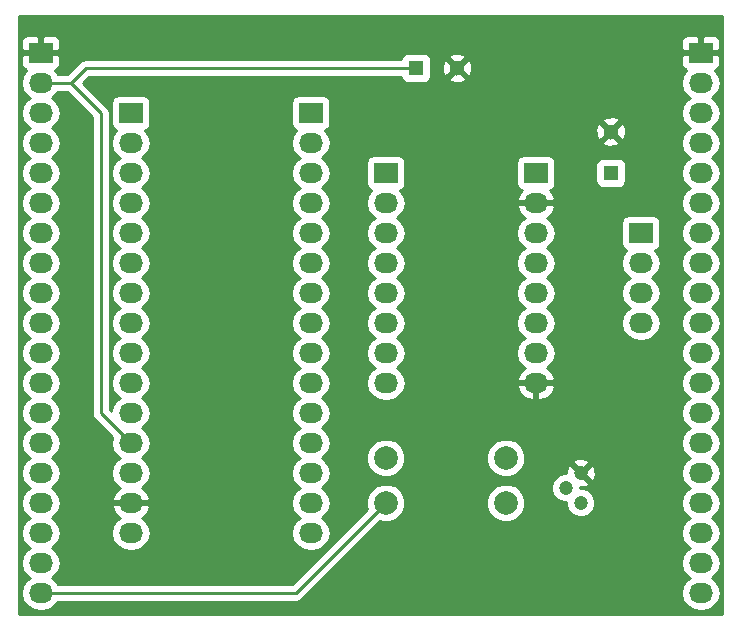
<source format=gbr>
G04 #@! TF.FileFunction,Copper,L2,Bot,Signal*
%FSLAX46Y46*%
G04 Gerber Fmt 4.6, Leading zero omitted, Abs format (unit mm)*
G04 Created by KiCad (PCBNEW 4.0.3+e1-6302~38~ubuntu16.04.1-stable) date Thu Aug 25 17:17:48 2016*
%MOMM*%
%LPD*%
G01*
G04 APERTURE LIST*
%ADD10C,0.100000*%
%ADD11R,2.032000X1.727200*%
%ADD12O,2.032000X1.727200*%
%ADD13C,1.300000*%
%ADD14R,1.300000X1.300000*%
%ADD15C,1.200000*%
%ADD16C,1.998980*%
%ADD17C,0.250000*%
%ADD18C,0.254000*%
G04 APERTURE END LIST*
D10*
D11*
X58420000Y-60960000D03*
D12*
X58420000Y-63500000D03*
X58420000Y-66040000D03*
X58420000Y-68580000D03*
X58420000Y-71120000D03*
X58420000Y-73660000D03*
X58420000Y-76200000D03*
X58420000Y-78740000D03*
X58420000Y-81280000D03*
X58420000Y-83820000D03*
X58420000Y-86360000D03*
X58420000Y-88900000D03*
X58420000Y-91440000D03*
X58420000Y-93980000D03*
X58420000Y-96520000D03*
D11*
X73660000Y-60960000D03*
D12*
X73660000Y-63500000D03*
X73660000Y-66040000D03*
X73660000Y-68580000D03*
X73660000Y-71120000D03*
X73660000Y-73660000D03*
X73660000Y-76200000D03*
X73660000Y-78740000D03*
X73660000Y-81280000D03*
X73660000Y-83820000D03*
X73660000Y-86360000D03*
X73660000Y-88900000D03*
X73660000Y-91440000D03*
X73660000Y-93980000D03*
X73660000Y-96520000D03*
D11*
X80010000Y-66040000D03*
D12*
X80010000Y-68580000D03*
X80010000Y-71120000D03*
X80010000Y-73660000D03*
X80010000Y-76200000D03*
X80010000Y-78740000D03*
X80010000Y-81280000D03*
X80010000Y-83820000D03*
D11*
X92710000Y-66040000D03*
D12*
X92710000Y-68580000D03*
X92710000Y-71120000D03*
X92710000Y-73660000D03*
X92710000Y-76200000D03*
X92710000Y-78740000D03*
X92710000Y-81280000D03*
X92710000Y-83820000D03*
D11*
X101600000Y-71120000D03*
D12*
X101600000Y-73660000D03*
X101600000Y-76200000D03*
X101600000Y-78740000D03*
D13*
X86050000Y-57150000D03*
D14*
X82550000Y-57150000D03*
D15*
X96520000Y-91440000D03*
X95250000Y-92710000D03*
X96520000Y-93980000D03*
D16*
X80010000Y-93980000D03*
X90170000Y-93980000D03*
X80010000Y-90170000D03*
X90170000Y-90170000D03*
D11*
X106680000Y-55880000D03*
D12*
X106680000Y-58420000D03*
X106680000Y-60960000D03*
X106680000Y-63500000D03*
X106680000Y-66040000D03*
X106680000Y-68580000D03*
X106680000Y-71120000D03*
X106680000Y-73660000D03*
X106680000Y-76200000D03*
X106680000Y-78740000D03*
X106680000Y-81280000D03*
X106680000Y-83820000D03*
X106680000Y-86360000D03*
X106680000Y-88900000D03*
X106680000Y-91440000D03*
X106680000Y-93980000D03*
X106680000Y-96520000D03*
X106680000Y-99060000D03*
X106680000Y-101600000D03*
D13*
X99060000Y-62540000D03*
D14*
X99060000Y-66040000D03*
D11*
X50800000Y-55880000D03*
D12*
X50800000Y-58420000D03*
X50800000Y-60960000D03*
X50800000Y-63500000D03*
X50800000Y-66040000D03*
X50800000Y-68580000D03*
X50800000Y-71120000D03*
X50800000Y-73660000D03*
X50800000Y-76200000D03*
X50800000Y-78740000D03*
X50800000Y-81280000D03*
X50800000Y-83820000D03*
X50800000Y-86360000D03*
X50800000Y-88900000D03*
X50800000Y-91440000D03*
X50800000Y-93980000D03*
X50800000Y-96520000D03*
X50800000Y-99060000D03*
X50800000Y-101600000D03*
D17*
X50800000Y-101600000D02*
X72390000Y-101600000D01*
X72390000Y-101600000D02*
X80010000Y-93980000D01*
X53340000Y-58420000D02*
X54610000Y-57150000D01*
X54610000Y-57150000D02*
X82550000Y-57150000D01*
X50800000Y-58420000D02*
X53340000Y-58420000D01*
X55880000Y-86360000D02*
X58420000Y-88900000D01*
X55880000Y-60960000D02*
X55880000Y-86360000D01*
X53340000Y-58420000D02*
X55880000Y-60960000D01*
D18*
G36*
X108510000Y-103430000D02*
X48970000Y-103430000D01*
X48970000Y-58420000D01*
X49116655Y-58420000D01*
X49230729Y-58993489D01*
X49555585Y-59479670D01*
X49870366Y-59690000D01*
X49555585Y-59900330D01*
X49230729Y-60386511D01*
X49116655Y-60960000D01*
X49230729Y-61533489D01*
X49555585Y-62019670D01*
X49870366Y-62230000D01*
X49555585Y-62440330D01*
X49230729Y-62926511D01*
X49116655Y-63500000D01*
X49230729Y-64073489D01*
X49555585Y-64559670D01*
X49870366Y-64770000D01*
X49555585Y-64980330D01*
X49230729Y-65466511D01*
X49116655Y-66040000D01*
X49230729Y-66613489D01*
X49555585Y-67099670D01*
X49870366Y-67310000D01*
X49555585Y-67520330D01*
X49230729Y-68006511D01*
X49116655Y-68580000D01*
X49230729Y-69153489D01*
X49555585Y-69639670D01*
X49870366Y-69850000D01*
X49555585Y-70060330D01*
X49230729Y-70546511D01*
X49116655Y-71120000D01*
X49230729Y-71693489D01*
X49555585Y-72179670D01*
X49870366Y-72390000D01*
X49555585Y-72600330D01*
X49230729Y-73086511D01*
X49116655Y-73660000D01*
X49230729Y-74233489D01*
X49555585Y-74719670D01*
X49870366Y-74930000D01*
X49555585Y-75140330D01*
X49230729Y-75626511D01*
X49116655Y-76200000D01*
X49230729Y-76773489D01*
X49555585Y-77259670D01*
X49870366Y-77470000D01*
X49555585Y-77680330D01*
X49230729Y-78166511D01*
X49116655Y-78740000D01*
X49230729Y-79313489D01*
X49555585Y-79799670D01*
X49870366Y-80010000D01*
X49555585Y-80220330D01*
X49230729Y-80706511D01*
X49116655Y-81280000D01*
X49230729Y-81853489D01*
X49555585Y-82339670D01*
X49870366Y-82550000D01*
X49555585Y-82760330D01*
X49230729Y-83246511D01*
X49116655Y-83820000D01*
X49230729Y-84393489D01*
X49555585Y-84879670D01*
X49870366Y-85090000D01*
X49555585Y-85300330D01*
X49230729Y-85786511D01*
X49116655Y-86360000D01*
X49230729Y-86933489D01*
X49555585Y-87419670D01*
X49870366Y-87630000D01*
X49555585Y-87840330D01*
X49230729Y-88326511D01*
X49116655Y-88900000D01*
X49230729Y-89473489D01*
X49555585Y-89959670D01*
X49870366Y-90170000D01*
X49555585Y-90380330D01*
X49230729Y-90866511D01*
X49116655Y-91440000D01*
X49230729Y-92013489D01*
X49555585Y-92499670D01*
X49870366Y-92710000D01*
X49555585Y-92920330D01*
X49230729Y-93406511D01*
X49116655Y-93980000D01*
X49230729Y-94553489D01*
X49555585Y-95039670D01*
X49870366Y-95250000D01*
X49555585Y-95460330D01*
X49230729Y-95946511D01*
X49116655Y-96520000D01*
X49230729Y-97093489D01*
X49555585Y-97579670D01*
X49870366Y-97790000D01*
X49555585Y-98000330D01*
X49230729Y-98486511D01*
X49116655Y-99060000D01*
X49230729Y-99633489D01*
X49555585Y-100119670D01*
X49870366Y-100330000D01*
X49555585Y-100540330D01*
X49230729Y-101026511D01*
X49116655Y-101600000D01*
X49230729Y-102173489D01*
X49555585Y-102659670D01*
X50041766Y-102984526D01*
X50615255Y-103098600D01*
X50984745Y-103098600D01*
X51558234Y-102984526D01*
X52044415Y-102659670D01*
X52244648Y-102360000D01*
X72390000Y-102360000D01*
X72680839Y-102302148D01*
X72927401Y-102137401D01*
X79518917Y-95545885D01*
X79683453Y-95614206D01*
X80333694Y-95614774D01*
X80934655Y-95366462D01*
X81394846Y-94907073D01*
X81644206Y-94306547D01*
X81644208Y-94303694D01*
X88535226Y-94303694D01*
X88783538Y-94904655D01*
X89242927Y-95364846D01*
X89843453Y-95614206D01*
X90493694Y-95614774D01*
X91094655Y-95366462D01*
X91554846Y-94907073D01*
X91804206Y-94306547D01*
X91804774Y-93656306D01*
X91556462Y-93055345D01*
X91455872Y-92954579D01*
X94014786Y-92954579D01*
X94202408Y-93408657D01*
X94549515Y-93756371D01*
X95003266Y-93944785D01*
X95285030Y-93945031D01*
X95284786Y-94224579D01*
X95472408Y-94678657D01*
X95819515Y-95026371D01*
X96273266Y-95214785D01*
X96764579Y-95215214D01*
X97218657Y-95027592D01*
X97566371Y-94680485D01*
X97754785Y-94226734D01*
X97755214Y-93735421D01*
X97567592Y-93281343D01*
X97220485Y-92933629D01*
X96766734Y-92745215D01*
X96484970Y-92744969D01*
X96485027Y-92679521D01*
X96841413Y-92657482D01*
X97153617Y-92528164D01*
X97203130Y-92302735D01*
X96520000Y-91619605D01*
X96505858Y-91633748D01*
X96326253Y-91454143D01*
X96340395Y-91440000D01*
X96699605Y-91440000D01*
X97382735Y-92123130D01*
X97608164Y-92073617D01*
X97767807Y-91608964D01*
X97737482Y-91118587D01*
X97608164Y-90806383D01*
X97382735Y-90756870D01*
X96699605Y-91440000D01*
X96340395Y-91440000D01*
X95657265Y-90756870D01*
X95431836Y-90806383D01*
X95272193Y-91271036D01*
X95284808Y-91475030D01*
X95005421Y-91474786D01*
X94551343Y-91662408D01*
X94203629Y-92009515D01*
X94015215Y-92463266D01*
X94014786Y-92954579D01*
X91455872Y-92954579D01*
X91097073Y-92595154D01*
X90496547Y-92345794D01*
X89846306Y-92345226D01*
X89245345Y-92593538D01*
X88785154Y-93052927D01*
X88535794Y-93653453D01*
X88535226Y-94303694D01*
X81644208Y-94303694D01*
X81644774Y-93656306D01*
X81396462Y-93055345D01*
X80937073Y-92595154D01*
X80336547Y-92345794D01*
X79686306Y-92345226D01*
X79085345Y-92593538D01*
X78625154Y-93052927D01*
X78375794Y-93653453D01*
X78375226Y-94303694D01*
X78444309Y-94470889D01*
X72075198Y-100840000D01*
X52244648Y-100840000D01*
X52044415Y-100540330D01*
X51729634Y-100330000D01*
X52044415Y-100119670D01*
X52369271Y-99633489D01*
X52483345Y-99060000D01*
X52369271Y-98486511D01*
X52044415Y-98000330D01*
X51729634Y-97790000D01*
X52044415Y-97579670D01*
X52369271Y-97093489D01*
X52483345Y-96520000D01*
X56736655Y-96520000D01*
X56850729Y-97093489D01*
X57175585Y-97579670D01*
X57661766Y-97904526D01*
X58235255Y-98018600D01*
X58604745Y-98018600D01*
X59178234Y-97904526D01*
X59664415Y-97579670D01*
X59989271Y-97093489D01*
X60103345Y-96520000D01*
X59989271Y-95946511D01*
X59664415Y-95460330D01*
X59354931Y-95253539D01*
X59770732Y-94882036D01*
X60024709Y-94354791D01*
X60027358Y-94339026D01*
X59906217Y-94107000D01*
X58547000Y-94107000D01*
X58547000Y-94127000D01*
X58293000Y-94127000D01*
X58293000Y-94107000D01*
X56933783Y-94107000D01*
X56812642Y-94339026D01*
X56815291Y-94354791D01*
X57069268Y-94882036D01*
X57485069Y-95253539D01*
X57175585Y-95460330D01*
X56850729Y-95946511D01*
X56736655Y-96520000D01*
X52483345Y-96520000D01*
X52369271Y-95946511D01*
X52044415Y-95460330D01*
X51729634Y-95250000D01*
X52044415Y-95039670D01*
X52369271Y-94553489D01*
X52483345Y-93980000D01*
X52369271Y-93406511D01*
X52044415Y-92920330D01*
X51729634Y-92710000D01*
X52044415Y-92499670D01*
X52369271Y-92013489D01*
X52483345Y-91440000D01*
X52369271Y-90866511D01*
X52044415Y-90380330D01*
X51729634Y-90170000D01*
X52044415Y-89959670D01*
X52369271Y-89473489D01*
X52483345Y-88900000D01*
X52369271Y-88326511D01*
X52044415Y-87840330D01*
X51729634Y-87630000D01*
X52044415Y-87419670D01*
X52369271Y-86933489D01*
X52483345Y-86360000D01*
X52369271Y-85786511D01*
X52044415Y-85300330D01*
X51729634Y-85090000D01*
X52044415Y-84879670D01*
X52369271Y-84393489D01*
X52483345Y-83820000D01*
X52369271Y-83246511D01*
X52044415Y-82760330D01*
X51729634Y-82550000D01*
X52044415Y-82339670D01*
X52369271Y-81853489D01*
X52483345Y-81280000D01*
X52369271Y-80706511D01*
X52044415Y-80220330D01*
X51729634Y-80010000D01*
X52044415Y-79799670D01*
X52369271Y-79313489D01*
X52483345Y-78740000D01*
X52369271Y-78166511D01*
X52044415Y-77680330D01*
X51729634Y-77470000D01*
X52044415Y-77259670D01*
X52369271Y-76773489D01*
X52483345Y-76200000D01*
X52369271Y-75626511D01*
X52044415Y-75140330D01*
X51729634Y-74930000D01*
X52044415Y-74719670D01*
X52369271Y-74233489D01*
X52483345Y-73660000D01*
X52369271Y-73086511D01*
X52044415Y-72600330D01*
X51729634Y-72390000D01*
X52044415Y-72179670D01*
X52369271Y-71693489D01*
X52483345Y-71120000D01*
X52369271Y-70546511D01*
X52044415Y-70060330D01*
X51729634Y-69850000D01*
X52044415Y-69639670D01*
X52369271Y-69153489D01*
X52483345Y-68580000D01*
X52369271Y-68006511D01*
X52044415Y-67520330D01*
X51729634Y-67310000D01*
X52044415Y-67099670D01*
X52369271Y-66613489D01*
X52483345Y-66040000D01*
X52369271Y-65466511D01*
X52044415Y-64980330D01*
X51729634Y-64770000D01*
X52044415Y-64559670D01*
X52369271Y-64073489D01*
X52483345Y-63500000D01*
X52369271Y-62926511D01*
X52044415Y-62440330D01*
X51729634Y-62230000D01*
X52044415Y-62019670D01*
X52369271Y-61533489D01*
X52483345Y-60960000D01*
X52369271Y-60386511D01*
X52044415Y-59900330D01*
X51729634Y-59690000D01*
X52044415Y-59479670D01*
X52244648Y-59180000D01*
X53025198Y-59180000D01*
X55120000Y-61274802D01*
X55120000Y-86360000D01*
X55177852Y-86650839D01*
X55342599Y-86897401D01*
X56837619Y-88392421D01*
X56736655Y-88900000D01*
X56850729Y-89473489D01*
X57175585Y-89959670D01*
X57490366Y-90170000D01*
X57175585Y-90380330D01*
X56850729Y-90866511D01*
X56736655Y-91440000D01*
X56850729Y-92013489D01*
X57175585Y-92499670D01*
X57485069Y-92706461D01*
X57069268Y-93077964D01*
X56815291Y-93605209D01*
X56812642Y-93620974D01*
X56933783Y-93853000D01*
X58293000Y-93853000D01*
X58293000Y-93833000D01*
X58547000Y-93833000D01*
X58547000Y-93853000D01*
X59906217Y-93853000D01*
X60027358Y-93620974D01*
X60024709Y-93605209D01*
X59770732Y-93077964D01*
X59354931Y-92706461D01*
X59664415Y-92499670D01*
X59989271Y-92013489D01*
X60103345Y-91440000D01*
X59989271Y-90866511D01*
X59664415Y-90380330D01*
X59349634Y-90170000D01*
X59664415Y-89959670D01*
X59989271Y-89473489D01*
X60103345Y-88900000D01*
X59989271Y-88326511D01*
X59664415Y-87840330D01*
X59349634Y-87630000D01*
X59664415Y-87419670D01*
X59989271Y-86933489D01*
X60103345Y-86360000D01*
X59989271Y-85786511D01*
X59664415Y-85300330D01*
X59349634Y-85090000D01*
X59664415Y-84879670D01*
X59989271Y-84393489D01*
X60103345Y-83820000D01*
X59989271Y-83246511D01*
X59664415Y-82760330D01*
X59349634Y-82550000D01*
X59664415Y-82339670D01*
X59989271Y-81853489D01*
X60103345Y-81280000D01*
X59989271Y-80706511D01*
X59664415Y-80220330D01*
X59349634Y-80010000D01*
X59664415Y-79799670D01*
X59989271Y-79313489D01*
X60103345Y-78740000D01*
X59989271Y-78166511D01*
X59664415Y-77680330D01*
X59349634Y-77470000D01*
X59664415Y-77259670D01*
X59989271Y-76773489D01*
X60103345Y-76200000D01*
X59989271Y-75626511D01*
X59664415Y-75140330D01*
X59349634Y-74930000D01*
X59664415Y-74719670D01*
X59989271Y-74233489D01*
X60103345Y-73660000D01*
X59989271Y-73086511D01*
X59664415Y-72600330D01*
X59349634Y-72390000D01*
X59664415Y-72179670D01*
X59989271Y-71693489D01*
X60103345Y-71120000D01*
X59989271Y-70546511D01*
X59664415Y-70060330D01*
X59349634Y-69850000D01*
X59664415Y-69639670D01*
X59989271Y-69153489D01*
X60103345Y-68580000D01*
X59989271Y-68006511D01*
X59664415Y-67520330D01*
X59349634Y-67310000D01*
X59664415Y-67099670D01*
X59989271Y-66613489D01*
X60103345Y-66040000D01*
X59989271Y-65466511D01*
X59664415Y-64980330D01*
X59349634Y-64770000D01*
X59664415Y-64559670D01*
X59989271Y-64073489D01*
X60103345Y-63500000D01*
X71976655Y-63500000D01*
X72090729Y-64073489D01*
X72415585Y-64559670D01*
X72730366Y-64770000D01*
X72415585Y-64980330D01*
X72090729Y-65466511D01*
X71976655Y-66040000D01*
X72090729Y-66613489D01*
X72415585Y-67099670D01*
X72730366Y-67310000D01*
X72415585Y-67520330D01*
X72090729Y-68006511D01*
X71976655Y-68580000D01*
X72090729Y-69153489D01*
X72415585Y-69639670D01*
X72730366Y-69850000D01*
X72415585Y-70060330D01*
X72090729Y-70546511D01*
X71976655Y-71120000D01*
X72090729Y-71693489D01*
X72415585Y-72179670D01*
X72730366Y-72390000D01*
X72415585Y-72600330D01*
X72090729Y-73086511D01*
X71976655Y-73660000D01*
X72090729Y-74233489D01*
X72415585Y-74719670D01*
X72730366Y-74930000D01*
X72415585Y-75140330D01*
X72090729Y-75626511D01*
X71976655Y-76200000D01*
X72090729Y-76773489D01*
X72415585Y-77259670D01*
X72730366Y-77470000D01*
X72415585Y-77680330D01*
X72090729Y-78166511D01*
X71976655Y-78740000D01*
X72090729Y-79313489D01*
X72415585Y-79799670D01*
X72730366Y-80010000D01*
X72415585Y-80220330D01*
X72090729Y-80706511D01*
X71976655Y-81280000D01*
X72090729Y-81853489D01*
X72415585Y-82339670D01*
X72730366Y-82550000D01*
X72415585Y-82760330D01*
X72090729Y-83246511D01*
X71976655Y-83820000D01*
X72090729Y-84393489D01*
X72415585Y-84879670D01*
X72730366Y-85090000D01*
X72415585Y-85300330D01*
X72090729Y-85786511D01*
X71976655Y-86360000D01*
X72090729Y-86933489D01*
X72415585Y-87419670D01*
X72730366Y-87630000D01*
X72415585Y-87840330D01*
X72090729Y-88326511D01*
X71976655Y-88900000D01*
X72090729Y-89473489D01*
X72415585Y-89959670D01*
X72730366Y-90170000D01*
X72415585Y-90380330D01*
X72090729Y-90866511D01*
X71976655Y-91440000D01*
X72090729Y-92013489D01*
X72415585Y-92499670D01*
X72730366Y-92710000D01*
X72415585Y-92920330D01*
X72090729Y-93406511D01*
X71976655Y-93980000D01*
X72090729Y-94553489D01*
X72415585Y-95039670D01*
X72730366Y-95250000D01*
X72415585Y-95460330D01*
X72090729Y-95946511D01*
X71976655Y-96520000D01*
X72090729Y-97093489D01*
X72415585Y-97579670D01*
X72901766Y-97904526D01*
X73475255Y-98018600D01*
X73844745Y-98018600D01*
X74418234Y-97904526D01*
X74904415Y-97579670D01*
X75229271Y-97093489D01*
X75343345Y-96520000D01*
X75229271Y-95946511D01*
X74904415Y-95460330D01*
X74589634Y-95250000D01*
X74904415Y-95039670D01*
X75229271Y-94553489D01*
X75343345Y-93980000D01*
X75229271Y-93406511D01*
X74904415Y-92920330D01*
X74589634Y-92710000D01*
X74904415Y-92499670D01*
X75229271Y-92013489D01*
X75343345Y-91440000D01*
X75229271Y-90866511D01*
X74980163Y-90493694D01*
X78375226Y-90493694D01*
X78623538Y-91094655D01*
X79082927Y-91554846D01*
X79683453Y-91804206D01*
X80333694Y-91804774D01*
X80934655Y-91556462D01*
X81394846Y-91097073D01*
X81644206Y-90496547D01*
X81644208Y-90493694D01*
X88535226Y-90493694D01*
X88783538Y-91094655D01*
X89242927Y-91554846D01*
X89843453Y-91804206D01*
X90493694Y-91804774D01*
X91094655Y-91556462D01*
X91554846Y-91097073D01*
X91770688Y-90577265D01*
X95836870Y-90577265D01*
X96520000Y-91260395D01*
X97203130Y-90577265D01*
X97153617Y-90351836D01*
X96688964Y-90192193D01*
X96198587Y-90222518D01*
X95886383Y-90351836D01*
X95836870Y-90577265D01*
X91770688Y-90577265D01*
X91804206Y-90496547D01*
X91804774Y-89846306D01*
X91556462Y-89245345D01*
X91097073Y-88785154D01*
X90496547Y-88535794D01*
X89846306Y-88535226D01*
X89245345Y-88783538D01*
X88785154Y-89242927D01*
X88535794Y-89843453D01*
X88535226Y-90493694D01*
X81644208Y-90493694D01*
X81644774Y-89846306D01*
X81396462Y-89245345D01*
X80937073Y-88785154D01*
X80336547Y-88535794D01*
X79686306Y-88535226D01*
X79085345Y-88783538D01*
X78625154Y-89242927D01*
X78375794Y-89843453D01*
X78375226Y-90493694D01*
X74980163Y-90493694D01*
X74904415Y-90380330D01*
X74589634Y-90170000D01*
X74904415Y-89959670D01*
X75229271Y-89473489D01*
X75343345Y-88900000D01*
X75229271Y-88326511D01*
X74904415Y-87840330D01*
X74589634Y-87630000D01*
X74904415Y-87419670D01*
X75229271Y-86933489D01*
X75343345Y-86360000D01*
X75229271Y-85786511D01*
X74904415Y-85300330D01*
X74589634Y-85090000D01*
X74904415Y-84879670D01*
X75229271Y-84393489D01*
X75343345Y-83820000D01*
X75229271Y-83246511D01*
X74904415Y-82760330D01*
X74589634Y-82550000D01*
X74904415Y-82339670D01*
X75229271Y-81853489D01*
X75343345Y-81280000D01*
X75229271Y-80706511D01*
X74904415Y-80220330D01*
X74589634Y-80010000D01*
X74904415Y-79799670D01*
X75229271Y-79313489D01*
X75343345Y-78740000D01*
X75229271Y-78166511D01*
X74904415Y-77680330D01*
X74589634Y-77470000D01*
X74904415Y-77259670D01*
X75229271Y-76773489D01*
X75343345Y-76200000D01*
X75229271Y-75626511D01*
X74904415Y-75140330D01*
X74589634Y-74930000D01*
X74904415Y-74719670D01*
X75229271Y-74233489D01*
X75343345Y-73660000D01*
X75229271Y-73086511D01*
X74904415Y-72600330D01*
X74589634Y-72390000D01*
X74904415Y-72179670D01*
X75229271Y-71693489D01*
X75343345Y-71120000D01*
X75229271Y-70546511D01*
X74904415Y-70060330D01*
X74589634Y-69850000D01*
X74904415Y-69639670D01*
X75229271Y-69153489D01*
X75343345Y-68580000D01*
X78326655Y-68580000D01*
X78440729Y-69153489D01*
X78765585Y-69639670D01*
X79080366Y-69850000D01*
X78765585Y-70060330D01*
X78440729Y-70546511D01*
X78326655Y-71120000D01*
X78440729Y-71693489D01*
X78765585Y-72179670D01*
X79080366Y-72390000D01*
X78765585Y-72600330D01*
X78440729Y-73086511D01*
X78326655Y-73660000D01*
X78440729Y-74233489D01*
X78765585Y-74719670D01*
X79080366Y-74930000D01*
X78765585Y-75140330D01*
X78440729Y-75626511D01*
X78326655Y-76200000D01*
X78440729Y-76773489D01*
X78765585Y-77259670D01*
X79080366Y-77470000D01*
X78765585Y-77680330D01*
X78440729Y-78166511D01*
X78326655Y-78740000D01*
X78440729Y-79313489D01*
X78765585Y-79799670D01*
X79080366Y-80010000D01*
X78765585Y-80220330D01*
X78440729Y-80706511D01*
X78326655Y-81280000D01*
X78440729Y-81853489D01*
X78765585Y-82339670D01*
X79080366Y-82550000D01*
X78765585Y-82760330D01*
X78440729Y-83246511D01*
X78326655Y-83820000D01*
X78440729Y-84393489D01*
X78765585Y-84879670D01*
X79251766Y-85204526D01*
X79825255Y-85318600D01*
X80194745Y-85318600D01*
X80768234Y-85204526D01*
X81254415Y-84879670D01*
X81579271Y-84393489D01*
X81621930Y-84179026D01*
X91102642Y-84179026D01*
X91105291Y-84194791D01*
X91359268Y-84722036D01*
X91795680Y-85111954D01*
X92348087Y-85305184D01*
X92583000Y-85160924D01*
X92583000Y-83947000D01*
X92837000Y-83947000D01*
X92837000Y-85160924D01*
X93071913Y-85305184D01*
X93624320Y-85111954D01*
X94060732Y-84722036D01*
X94314709Y-84194791D01*
X94317358Y-84179026D01*
X94196217Y-83947000D01*
X92837000Y-83947000D01*
X92583000Y-83947000D01*
X91223783Y-83947000D01*
X91102642Y-84179026D01*
X81621930Y-84179026D01*
X81693345Y-83820000D01*
X81579271Y-83246511D01*
X81254415Y-82760330D01*
X80939634Y-82550000D01*
X81254415Y-82339670D01*
X81579271Y-81853489D01*
X81693345Y-81280000D01*
X81579271Y-80706511D01*
X81254415Y-80220330D01*
X80939634Y-80010000D01*
X81254415Y-79799670D01*
X81579271Y-79313489D01*
X81693345Y-78740000D01*
X81579271Y-78166511D01*
X81254415Y-77680330D01*
X80939634Y-77470000D01*
X81254415Y-77259670D01*
X81579271Y-76773489D01*
X81693345Y-76200000D01*
X81579271Y-75626511D01*
X81254415Y-75140330D01*
X80939634Y-74930000D01*
X81254415Y-74719670D01*
X81579271Y-74233489D01*
X81693345Y-73660000D01*
X81579271Y-73086511D01*
X81254415Y-72600330D01*
X80939634Y-72390000D01*
X81254415Y-72179670D01*
X81579271Y-71693489D01*
X81693345Y-71120000D01*
X91026655Y-71120000D01*
X91140729Y-71693489D01*
X91465585Y-72179670D01*
X91780366Y-72390000D01*
X91465585Y-72600330D01*
X91140729Y-73086511D01*
X91026655Y-73660000D01*
X91140729Y-74233489D01*
X91465585Y-74719670D01*
X91780366Y-74930000D01*
X91465585Y-75140330D01*
X91140729Y-75626511D01*
X91026655Y-76200000D01*
X91140729Y-76773489D01*
X91465585Y-77259670D01*
X91780366Y-77470000D01*
X91465585Y-77680330D01*
X91140729Y-78166511D01*
X91026655Y-78740000D01*
X91140729Y-79313489D01*
X91465585Y-79799670D01*
X91780366Y-80010000D01*
X91465585Y-80220330D01*
X91140729Y-80706511D01*
X91026655Y-81280000D01*
X91140729Y-81853489D01*
X91465585Y-82339670D01*
X91775069Y-82546461D01*
X91359268Y-82917964D01*
X91105291Y-83445209D01*
X91102642Y-83460974D01*
X91223783Y-83693000D01*
X92583000Y-83693000D01*
X92583000Y-83673000D01*
X92837000Y-83673000D01*
X92837000Y-83693000D01*
X94196217Y-83693000D01*
X94317358Y-83460974D01*
X94314709Y-83445209D01*
X94060732Y-82917964D01*
X93644931Y-82546461D01*
X93954415Y-82339670D01*
X94279271Y-81853489D01*
X94393345Y-81280000D01*
X94279271Y-80706511D01*
X93954415Y-80220330D01*
X93639634Y-80010000D01*
X93954415Y-79799670D01*
X94279271Y-79313489D01*
X94393345Y-78740000D01*
X94279271Y-78166511D01*
X93954415Y-77680330D01*
X93639634Y-77470000D01*
X93954415Y-77259670D01*
X94279271Y-76773489D01*
X94393345Y-76200000D01*
X94279271Y-75626511D01*
X93954415Y-75140330D01*
X93639634Y-74930000D01*
X93954415Y-74719670D01*
X94279271Y-74233489D01*
X94393345Y-73660000D01*
X99916655Y-73660000D01*
X100030729Y-74233489D01*
X100355585Y-74719670D01*
X100670366Y-74930000D01*
X100355585Y-75140330D01*
X100030729Y-75626511D01*
X99916655Y-76200000D01*
X100030729Y-76773489D01*
X100355585Y-77259670D01*
X100670366Y-77470000D01*
X100355585Y-77680330D01*
X100030729Y-78166511D01*
X99916655Y-78740000D01*
X100030729Y-79313489D01*
X100355585Y-79799670D01*
X100841766Y-80124526D01*
X101415255Y-80238600D01*
X101784745Y-80238600D01*
X102358234Y-80124526D01*
X102844415Y-79799670D01*
X103169271Y-79313489D01*
X103283345Y-78740000D01*
X103169271Y-78166511D01*
X102844415Y-77680330D01*
X102529634Y-77470000D01*
X102844415Y-77259670D01*
X103169271Y-76773489D01*
X103283345Y-76200000D01*
X103169271Y-75626511D01*
X102844415Y-75140330D01*
X102529634Y-74930000D01*
X102844415Y-74719670D01*
X103169271Y-74233489D01*
X103283345Y-73660000D01*
X103169271Y-73086511D01*
X102844415Y-72600330D01*
X102830087Y-72590757D01*
X102851317Y-72586762D01*
X103067441Y-72447690D01*
X103212431Y-72235490D01*
X103263440Y-71983600D01*
X103263440Y-70256400D01*
X103219162Y-70021083D01*
X103080090Y-69804959D01*
X102867890Y-69659969D01*
X102616000Y-69608960D01*
X100584000Y-69608960D01*
X100348683Y-69653238D01*
X100132559Y-69792310D01*
X99987569Y-70004510D01*
X99936560Y-70256400D01*
X99936560Y-71983600D01*
X99980838Y-72218917D01*
X100119910Y-72435041D01*
X100332110Y-72580031D01*
X100373439Y-72588400D01*
X100355585Y-72600330D01*
X100030729Y-73086511D01*
X99916655Y-73660000D01*
X94393345Y-73660000D01*
X94279271Y-73086511D01*
X93954415Y-72600330D01*
X93639634Y-72390000D01*
X93954415Y-72179670D01*
X94279271Y-71693489D01*
X94393345Y-71120000D01*
X94279271Y-70546511D01*
X93954415Y-70060330D01*
X93644931Y-69853539D01*
X94060732Y-69482036D01*
X94314709Y-68954791D01*
X94317358Y-68939026D01*
X94196217Y-68707000D01*
X92837000Y-68707000D01*
X92837000Y-68727000D01*
X92583000Y-68727000D01*
X92583000Y-68707000D01*
X91223783Y-68707000D01*
X91102642Y-68939026D01*
X91105291Y-68954791D01*
X91359268Y-69482036D01*
X91775069Y-69853539D01*
X91465585Y-70060330D01*
X91140729Y-70546511D01*
X91026655Y-71120000D01*
X81693345Y-71120000D01*
X81579271Y-70546511D01*
X81254415Y-70060330D01*
X80939634Y-69850000D01*
X81254415Y-69639670D01*
X81579271Y-69153489D01*
X81693345Y-68580000D01*
X81579271Y-68006511D01*
X81254415Y-67520330D01*
X81240087Y-67510757D01*
X81261317Y-67506762D01*
X81477441Y-67367690D01*
X81622431Y-67155490D01*
X81673440Y-66903600D01*
X81673440Y-65176400D01*
X91046560Y-65176400D01*
X91046560Y-66903600D01*
X91090838Y-67138917D01*
X91229910Y-67355041D01*
X91442110Y-67500031D01*
X91536927Y-67519232D01*
X91359268Y-67677964D01*
X91105291Y-68205209D01*
X91102642Y-68220974D01*
X91223783Y-68453000D01*
X92583000Y-68453000D01*
X92583000Y-68433000D01*
X92837000Y-68433000D01*
X92837000Y-68453000D01*
X94196217Y-68453000D01*
X94317358Y-68220974D01*
X94314709Y-68205209D01*
X94060732Y-67677964D01*
X93885155Y-67521093D01*
X93961317Y-67506762D01*
X94177441Y-67367690D01*
X94322431Y-67155490D01*
X94373440Y-66903600D01*
X94373440Y-65390000D01*
X97762560Y-65390000D01*
X97762560Y-66690000D01*
X97806838Y-66925317D01*
X97945910Y-67141441D01*
X98158110Y-67286431D01*
X98410000Y-67337440D01*
X99710000Y-67337440D01*
X99945317Y-67293162D01*
X100161441Y-67154090D01*
X100306431Y-66941890D01*
X100357440Y-66690000D01*
X100357440Y-65390000D01*
X100313162Y-65154683D01*
X100174090Y-64938559D01*
X99961890Y-64793569D01*
X99710000Y-64742560D01*
X98410000Y-64742560D01*
X98174683Y-64786838D01*
X97958559Y-64925910D01*
X97813569Y-65138110D01*
X97762560Y-65390000D01*
X94373440Y-65390000D01*
X94373440Y-65176400D01*
X94329162Y-64941083D01*
X94190090Y-64724959D01*
X93977890Y-64579969D01*
X93726000Y-64528960D01*
X91694000Y-64528960D01*
X91458683Y-64573238D01*
X91242559Y-64712310D01*
X91097569Y-64924510D01*
X91046560Y-65176400D01*
X81673440Y-65176400D01*
X81629162Y-64941083D01*
X81490090Y-64724959D01*
X81277890Y-64579969D01*
X81026000Y-64528960D01*
X78994000Y-64528960D01*
X78758683Y-64573238D01*
X78542559Y-64712310D01*
X78397569Y-64924510D01*
X78346560Y-65176400D01*
X78346560Y-66903600D01*
X78390838Y-67138917D01*
X78529910Y-67355041D01*
X78742110Y-67500031D01*
X78783439Y-67508400D01*
X78765585Y-67520330D01*
X78440729Y-68006511D01*
X78326655Y-68580000D01*
X75343345Y-68580000D01*
X75229271Y-68006511D01*
X74904415Y-67520330D01*
X74589634Y-67310000D01*
X74904415Y-67099670D01*
X75229271Y-66613489D01*
X75343345Y-66040000D01*
X75229271Y-65466511D01*
X74904415Y-64980330D01*
X74589634Y-64770000D01*
X74904415Y-64559670D01*
X75229271Y-64073489D01*
X75343345Y-63500000D01*
X75331215Y-63439016D01*
X98340590Y-63439016D01*
X98396271Y-63669611D01*
X98879078Y-63837622D01*
X99389428Y-63808083D01*
X99723729Y-63669611D01*
X99779410Y-63439016D01*
X99060000Y-62719605D01*
X98340590Y-63439016D01*
X75331215Y-63439016D01*
X75229271Y-62926511D01*
X74904415Y-62440330D01*
X74890087Y-62430757D01*
X74911317Y-62426762D01*
X75016500Y-62359078D01*
X97762378Y-62359078D01*
X97791917Y-62869428D01*
X97930389Y-63203729D01*
X98160984Y-63259410D01*
X98880395Y-62540000D01*
X99239605Y-62540000D01*
X99959016Y-63259410D01*
X100189611Y-63203729D01*
X100357622Y-62720922D01*
X100328083Y-62210572D01*
X100189611Y-61876271D01*
X99959016Y-61820590D01*
X99239605Y-62540000D01*
X98880395Y-62540000D01*
X98160984Y-61820590D01*
X97930389Y-61876271D01*
X97762378Y-62359078D01*
X75016500Y-62359078D01*
X75127441Y-62287690D01*
X75272431Y-62075490D01*
X75323440Y-61823600D01*
X75323440Y-61640984D01*
X98340590Y-61640984D01*
X99060000Y-62360395D01*
X99779410Y-61640984D01*
X99723729Y-61410389D01*
X99240922Y-61242378D01*
X98730572Y-61271917D01*
X98396271Y-61410389D01*
X98340590Y-61640984D01*
X75323440Y-61640984D01*
X75323440Y-60096400D01*
X75279162Y-59861083D01*
X75140090Y-59644959D01*
X74927890Y-59499969D01*
X74676000Y-59448960D01*
X72644000Y-59448960D01*
X72408683Y-59493238D01*
X72192559Y-59632310D01*
X72047569Y-59844510D01*
X71996560Y-60096400D01*
X71996560Y-61823600D01*
X72040838Y-62058917D01*
X72179910Y-62275041D01*
X72392110Y-62420031D01*
X72433439Y-62428400D01*
X72415585Y-62440330D01*
X72090729Y-62926511D01*
X71976655Y-63500000D01*
X60103345Y-63500000D01*
X59989271Y-62926511D01*
X59664415Y-62440330D01*
X59650087Y-62430757D01*
X59671317Y-62426762D01*
X59887441Y-62287690D01*
X60032431Y-62075490D01*
X60083440Y-61823600D01*
X60083440Y-60096400D01*
X60039162Y-59861083D01*
X59900090Y-59644959D01*
X59687890Y-59499969D01*
X59436000Y-59448960D01*
X57404000Y-59448960D01*
X57168683Y-59493238D01*
X56952559Y-59632310D01*
X56807569Y-59844510D01*
X56756560Y-60096400D01*
X56756560Y-61823600D01*
X56800838Y-62058917D01*
X56939910Y-62275041D01*
X57152110Y-62420031D01*
X57193439Y-62428400D01*
X57175585Y-62440330D01*
X56850729Y-62926511D01*
X56736655Y-63500000D01*
X56850729Y-64073489D01*
X57175585Y-64559670D01*
X57490366Y-64770000D01*
X57175585Y-64980330D01*
X56850729Y-65466511D01*
X56736655Y-66040000D01*
X56850729Y-66613489D01*
X57175585Y-67099670D01*
X57490366Y-67310000D01*
X57175585Y-67520330D01*
X56850729Y-68006511D01*
X56736655Y-68580000D01*
X56850729Y-69153489D01*
X57175585Y-69639670D01*
X57490366Y-69850000D01*
X57175585Y-70060330D01*
X56850729Y-70546511D01*
X56736655Y-71120000D01*
X56850729Y-71693489D01*
X57175585Y-72179670D01*
X57490366Y-72390000D01*
X57175585Y-72600330D01*
X56850729Y-73086511D01*
X56736655Y-73660000D01*
X56850729Y-74233489D01*
X57175585Y-74719670D01*
X57490366Y-74930000D01*
X57175585Y-75140330D01*
X56850729Y-75626511D01*
X56736655Y-76200000D01*
X56850729Y-76773489D01*
X57175585Y-77259670D01*
X57490366Y-77470000D01*
X57175585Y-77680330D01*
X56850729Y-78166511D01*
X56736655Y-78740000D01*
X56850729Y-79313489D01*
X57175585Y-79799670D01*
X57490366Y-80010000D01*
X57175585Y-80220330D01*
X56850729Y-80706511D01*
X56736655Y-81280000D01*
X56850729Y-81853489D01*
X57175585Y-82339670D01*
X57490366Y-82550000D01*
X57175585Y-82760330D01*
X56850729Y-83246511D01*
X56736655Y-83820000D01*
X56850729Y-84393489D01*
X57175585Y-84879670D01*
X57490366Y-85090000D01*
X57175585Y-85300330D01*
X56850729Y-85786511D01*
X56772848Y-86178046D01*
X56640000Y-86045198D01*
X56640000Y-60960000D01*
X56582148Y-60669161D01*
X56582148Y-60669160D01*
X56417401Y-60422599D01*
X54414802Y-58420000D01*
X54924802Y-57910000D01*
X81273258Y-57910000D01*
X81296838Y-58035317D01*
X81435910Y-58251441D01*
X81648110Y-58396431D01*
X81900000Y-58447440D01*
X83200000Y-58447440D01*
X83435317Y-58403162D01*
X83651441Y-58264090D01*
X83796431Y-58051890D01*
X83797012Y-58049016D01*
X85330590Y-58049016D01*
X85386271Y-58279611D01*
X85869078Y-58447622D01*
X86346307Y-58420000D01*
X104996655Y-58420000D01*
X105110729Y-58993489D01*
X105435585Y-59479670D01*
X105750366Y-59690000D01*
X105435585Y-59900330D01*
X105110729Y-60386511D01*
X104996655Y-60960000D01*
X105110729Y-61533489D01*
X105435585Y-62019670D01*
X105750366Y-62230000D01*
X105435585Y-62440330D01*
X105110729Y-62926511D01*
X104996655Y-63500000D01*
X105110729Y-64073489D01*
X105435585Y-64559670D01*
X105750366Y-64770000D01*
X105435585Y-64980330D01*
X105110729Y-65466511D01*
X104996655Y-66040000D01*
X105110729Y-66613489D01*
X105435585Y-67099670D01*
X105750366Y-67310000D01*
X105435585Y-67520330D01*
X105110729Y-68006511D01*
X104996655Y-68580000D01*
X105110729Y-69153489D01*
X105435585Y-69639670D01*
X105750366Y-69850000D01*
X105435585Y-70060330D01*
X105110729Y-70546511D01*
X104996655Y-71120000D01*
X105110729Y-71693489D01*
X105435585Y-72179670D01*
X105750366Y-72390000D01*
X105435585Y-72600330D01*
X105110729Y-73086511D01*
X104996655Y-73660000D01*
X105110729Y-74233489D01*
X105435585Y-74719670D01*
X105750366Y-74930000D01*
X105435585Y-75140330D01*
X105110729Y-75626511D01*
X104996655Y-76200000D01*
X105110729Y-76773489D01*
X105435585Y-77259670D01*
X105750366Y-77470000D01*
X105435585Y-77680330D01*
X105110729Y-78166511D01*
X104996655Y-78740000D01*
X105110729Y-79313489D01*
X105435585Y-79799670D01*
X105750366Y-80010000D01*
X105435585Y-80220330D01*
X105110729Y-80706511D01*
X104996655Y-81280000D01*
X105110729Y-81853489D01*
X105435585Y-82339670D01*
X105750366Y-82550000D01*
X105435585Y-82760330D01*
X105110729Y-83246511D01*
X104996655Y-83820000D01*
X105110729Y-84393489D01*
X105435585Y-84879670D01*
X105750366Y-85090000D01*
X105435585Y-85300330D01*
X105110729Y-85786511D01*
X104996655Y-86360000D01*
X105110729Y-86933489D01*
X105435585Y-87419670D01*
X105750366Y-87630000D01*
X105435585Y-87840330D01*
X105110729Y-88326511D01*
X104996655Y-88900000D01*
X105110729Y-89473489D01*
X105435585Y-89959670D01*
X105750366Y-90170000D01*
X105435585Y-90380330D01*
X105110729Y-90866511D01*
X104996655Y-91440000D01*
X105110729Y-92013489D01*
X105435585Y-92499670D01*
X105750366Y-92710000D01*
X105435585Y-92920330D01*
X105110729Y-93406511D01*
X104996655Y-93980000D01*
X105110729Y-94553489D01*
X105435585Y-95039670D01*
X105750366Y-95250000D01*
X105435585Y-95460330D01*
X105110729Y-95946511D01*
X104996655Y-96520000D01*
X105110729Y-97093489D01*
X105435585Y-97579670D01*
X105750366Y-97790000D01*
X105435585Y-98000330D01*
X105110729Y-98486511D01*
X104996655Y-99060000D01*
X105110729Y-99633489D01*
X105435585Y-100119670D01*
X105750366Y-100330000D01*
X105435585Y-100540330D01*
X105110729Y-101026511D01*
X104996655Y-101600000D01*
X105110729Y-102173489D01*
X105435585Y-102659670D01*
X105921766Y-102984526D01*
X106495255Y-103098600D01*
X106864745Y-103098600D01*
X107438234Y-102984526D01*
X107924415Y-102659670D01*
X108249271Y-102173489D01*
X108363345Y-101600000D01*
X108249271Y-101026511D01*
X107924415Y-100540330D01*
X107609634Y-100330000D01*
X107924415Y-100119670D01*
X108249271Y-99633489D01*
X108363345Y-99060000D01*
X108249271Y-98486511D01*
X107924415Y-98000330D01*
X107609634Y-97790000D01*
X107924415Y-97579670D01*
X108249271Y-97093489D01*
X108363345Y-96520000D01*
X108249271Y-95946511D01*
X107924415Y-95460330D01*
X107609634Y-95250000D01*
X107924415Y-95039670D01*
X108249271Y-94553489D01*
X108363345Y-93980000D01*
X108249271Y-93406511D01*
X107924415Y-92920330D01*
X107609634Y-92710000D01*
X107924415Y-92499670D01*
X108249271Y-92013489D01*
X108363345Y-91440000D01*
X108249271Y-90866511D01*
X107924415Y-90380330D01*
X107609634Y-90170000D01*
X107924415Y-89959670D01*
X108249271Y-89473489D01*
X108363345Y-88900000D01*
X108249271Y-88326511D01*
X107924415Y-87840330D01*
X107609634Y-87630000D01*
X107924415Y-87419670D01*
X108249271Y-86933489D01*
X108363345Y-86360000D01*
X108249271Y-85786511D01*
X107924415Y-85300330D01*
X107609634Y-85090000D01*
X107924415Y-84879670D01*
X108249271Y-84393489D01*
X108363345Y-83820000D01*
X108249271Y-83246511D01*
X107924415Y-82760330D01*
X107609634Y-82550000D01*
X107924415Y-82339670D01*
X108249271Y-81853489D01*
X108363345Y-81280000D01*
X108249271Y-80706511D01*
X107924415Y-80220330D01*
X107609634Y-80010000D01*
X107924415Y-79799670D01*
X108249271Y-79313489D01*
X108363345Y-78740000D01*
X108249271Y-78166511D01*
X107924415Y-77680330D01*
X107609634Y-77470000D01*
X107924415Y-77259670D01*
X108249271Y-76773489D01*
X108363345Y-76200000D01*
X108249271Y-75626511D01*
X107924415Y-75140330D01*
X107609634Y-74930000D01*
X107924415Y-74719670D01*
X108249271Y-74233489D01*
X108363345Y-73660000D01*
X108249271Y-73086511D01*
X107924415Y-72600330D01*
X107609634Y-72390000D01*
X107924415Y-72179670D01*
X108249271Y-71693489D01*
X108363345Y-71120000D01*
X108249271Y-70546511D01*
X107924415Y-70060330D01*
X107609634Y-69850000D01*
X107924415Y-69639670D01*
X108249271Y-69153489D01*
X108363345Y-68580000D01*
X108249271Y-68006511D01*
X107924415Y-67520330D01*
X107609634Y-67310000D01*
X107924415Y-67099670D01*
X108249271Y-66613489D01*
X108363345Y-66040000D01*
X108249271Y-65466511D01*
X107924415Y-64980330D01*
X107609634Y-64770000D01*
X107924415Y-64559670D01*
X108249271Y-64073489D01*
X108363345Y-63500000D01*
X108249271Y-62926511D01*
X107924415Y-62440330D01*
X107609634Y-62230000D01*
X107924415Y-62019670D01*
X108249271Y-61533489D01*
X108363345Y-60960000D01*
X108249271Y-60386511D01*
X107924415Y-59900330D01*
X107609634Y-59690000D01*
X107924415Y-59479670D01*
X108249271Y-58993489D01*
X108363345Y-58420000D01*
X108249271Y-57846511D01*
X107924415Y-57360330D01*
X107902220Y-57345500D01*
X108055699Y-57281927D01*
X108234327Y-57103298D01*
X108331000Y-56869909D01*
X108331000Y-56165750D01*
X108172250Y-56007000D01*
X106807000Y-56007000D01*
X106807000Y-56027000D01*
X106553000Y-56027000D01*
X106553000Y-56007000D01*
X105187750Y-56007000D01*
X105029000Y-56165750D01*
X105029000Y-56869909D01*
X105125673Y-57103298D01*
X105304301Y-57281927D01*
X105457780Y-57345500D01*
X105435585Y-57360330D01*
X105110729Y-57846511D01*
X104996655Y-58420000D01*
X86346307Y-58420000D01*
X86379428Y-58418083D01*
X86713729Y-58279611D01*
X86769410Y-58049016D01*
X86050000Y-57329605D01*
X85330590Y-58049016D01*
X83797012Y-58049016D01*
X83847440Y-57800000D01*
X83847440Y-56969078D01*
X84752378Y-56969078D01*
X84781917Y-57479428D01*
X84920389Y-57813729D01*
X85150984Y-57869410D01*
X85870395Y-57150000D01*
X86229605Y-57150000D01*
X86949016Y-57869410D01*
X87179611Y-57813729D01*
X87347622Y-57330922D01*
X87318083Y-56820572D01*
X87179611Y-56486271D01*
X86949016Y-56430590D01*
X86229605Y-57150000D01*
X85870395Y-57150000D01*
X85150984Y-56430590D01*
X84920389Y-56486271D01*
X84752378Y-56969078D01*
X83847440Y-56969078D01*
X83847440Y-56500000D01*
X83803162Y-56264683D01*
X83794347Y-56250984D01*
X85330590Y-56250984D01*
X86050000Y-56970395D01*
X86769410Y-56250984D01*
X86713729Y-56020389D01*
X86230922Y-55852378D01*
X85720572Y-55881917D01*
X85386271Y-56020389D01*
X85330590Y-56250984D01*
X83794347Y-56250984D01*
X83664090Y-56048559D01*
X83451890Y-55903569D01*
X83200000Y-55852560D01*
X81900000Y-55852560D01*
X81664683Y-55896838D01*
X81448559Y-56035910D01*
X81303569Y-56248110D01*
X81274836Y-56390000D01*
X54610000Y-56390000D01*
X54319160Y-56447852D01*
X54072599Y-56612599D01*
X53025198Y-57660000D01*
X52244648Y-57660000D01*
X52044415Y-57360330D01*
X52022220Y-57345500D01*
X52175699Y-57281927D01*
X52354327Y-57103298D01*
X52451000Y-56869909D01*
X52451000Y-56165750D01*
X52292250Y-56007000D01*
X50927000Y-56007000D01*
X50927000Y-56027000D01*
X50673000Y-56027000D01*
X50673000Y-56007000D01*
X49307750Y-56007000D01*
X49149000Y-56165750D01*
X49149000Y-56869909D01*
X49245673Y-57103298D01*
X49424301Y-57281927D01*
X49577780Y-57345500D01*
X49555585Y-57360330D01*
X49230729Y-57846511D01*
X49116655Y-58420000D01*
X48970000Y-58420000D01*
X48970000Y-54890091D01*
X49149000Y-54890091D01*
X49149000Y-55594250D01*
X49307750Y-55753000D01*
X50673000Y-55753000D01*
X50673000Y-54540150D01*
X50927000Y-54540150D01*
X50927000Y-55753000D01*
X52292250Y-55753000D01*
X52451000Y-55594250D01*
X52451000Y-54890091D01*
X105029000Y-54890091D01*
X105029000Y-55594250D01*
X105187750Y-55753000D01*
X106553000Y-55753000D01*
X106553000Y-54540150D01*
X106807000Y-54540150D01*
X106807000Y-55753000D01*
X108172250Y-55753000D01*
X108331000Y-55594250D01*
X108331000Y-54890091D01*
X108234327Y-54656702D01*
X108055699Y-54478073D01*
X107822310Y-54381400D01*
X106965750Y-54381400D01*
X106807000Y-54540150D01*
X106553000Y-54540150D01*
X106394250Y-54381400D01*
X105537690Y-54381400D01*
X105304301Y-54478073D01*
X105125673Y-54656702D01*
X105029000Y-54890091D01*
X52451000Y-54890091D01*
X52354327Y-54656702D01*
X52175699Y-54478073D01*
X51942310Y-54381400D01*
X51085750Y-54381400D01*
X50927000Y-54540150D01*
X50673000Y-54540150D01*
X50514250Y-54381400D01*
X49657690Y-54381400D01*
X49424301Y-54478073D01*
X49245673Y-54656702D01*
X49149000Y-54890091D01*
X48970000Y-54890091D01*
X48970000Y-52780000D01*
X108510000Y-52780000D01*
X108510000Y-103430000D01*
X108510000Y-103430000D01*
G37*
X108510000Y-103430000D02*
X48970000Y-103430000D01*
X48970000Y-58420000D01*
X49116655Y-58420000D01*
X49230729Y-58993489D01*
X49555585Y-59479670D01*
X49870366Y-59690000D01*
X49555585Y-59900330D01*
X49230729Y-60386511D01*
X49116655Y-60960000D01*
X49230729Y-61533489D01*
X49555585Y-62019670D01*
X49870366Y-62230000D01*
X49555585Y-62440330D01*
X49230729Y-62926511D01*
X49116655Y-63500000D01*
X49230729Y-64073489D01*
X49555585Y-64559670D01*
X49870366Y-64770000D01*
X49555585Y-64980330D01*
X49230729Y-65466511D01*
X49116655Y-66040000D01*
X49230729Y-66613489D01*
X49555585Y-67099670D01*
X49870366Y-67310000D01*
X49555585Y-67520330D01*
X49230729Y-68006511D01*
X49116655Y-68580000D01*
X49230729Y-69153489D01*
X49555585Y-69639670D01*
X49870366Y-69850000D01*
X49555585Y-70060330D01*
X49230729Y-70546511D01*
X49116655Y-71120000D01*
X49230729Y-71693489D01*
X49555585Y-72179670D01*
X49870366Y-72390000D01*
X49555585Y-72600330D01*
X49230729Y-73086511D01*
X49116655Y-73660000D01*
X49230729Y-74233489D01*
X49555585Y-74719670D01*
X49870366Y-74930000D01*
X49555585Y-75140330D01*
X49230729Y-75626511D01*
X49116655Y-76200000D01*
X49230729Y-76773489D01*
X49555585Y-77259670D01*
X49870366Y-77470000D01*
X49555585Y-77680330D01*
X49230729Y-78166511D01*
X49116655Y-78740000D01*
X49230729Y-79313489D01*
X49555585Y-79799670D01*
X49870366Y-80010000D01*
X49555585Y-80220330D01*
X49230729Y-80706511D01*
X49116655Y-81280000D01*
X49230729Y-81853489D01*
X49555585Y-82339670D01*
X49870366Y-82550000D01*
X49555585Y-82760330D01*
X49230729Y-83246511D01*
X49116655Y-83820000D01*
X49230729Y-84393489D01*
X49555585Y-84879670D01*
X49870366Y-85090000D01*
X49555585Y-85300330D01*
X49230729Y-85786511D01*
X49116655Y-86360000D01*
X49230729Y-86933489D01*
X49555585Y-87419670D01*
X49870366Y-87630000D01*
X49555585Y-87840330D01*
X49230729Y-88326511D01*
X49116655Y-88900000D01*
X49230729Y-89473489D01*
X49555585Y-89959670D01*
X49870366Y-90170000D01*
X49555585Y-90380330D01*
X49230729Y-90866511D01*
X49116655Y-91440000D01*
X49230729Y-92013489D01*
X49555585Y-92499670D01*
X49870366Y-92710000D01*
X49555585Y-92920330D01*
X49230729Y-93406511D01*
X49116655Y-93980000D01*
X49230729Y-94553489D01*
X49555585Y-95039670D01*
X49870366Y-95250000D01*
X49555585Y-95460330D01*
X49230729Y-95946511D01*
X49116655Y-96520000D01*
X49230729Y-97093489D01*
X49555585Y-97579670D01*
X49870366Y-97790000D01*
X49555585Y-98000330D01*
X49230729Y-98486511D01*
X49116655Y-99060000D01*
X49230729Y-99633489D01*
X49555585Y-100119670D01*
X49870366Y-100330000D01*
X49555585Y-100540330D01*
X49230729Y-101026511D01*
X49116655Y-101600000D01*
X49230729Y-102173489D01*
X49555585Y-102659670D01*
X50041766Y-102984526D01*
X50615255Y-103098600D01*
X50984745Y-103098600D01*
X51558234Y-102984526D01*
X52044415Y-102659670D01*
X52244648Y-102360000D01*
X72390000Y-102360000D01*
X72680839Y-102302148D01*
X72927401Y-102137401D01*
X79518917Y-95545885D01*
X79683453Y-95614206D01*
X80333694Y-95614774D01*
X80934655Y-95366462D01*
X81394846Y-94907073D01*
X81644206Y-94306547D01*
X81644208Y-94303694D01*
X88535226Y-94303694D01*
X88783538Y-94904655D01*
X89242927Y-95364846D01*
X89843453Y-95614206D01*
X90493694Y-95614774D01*
X91094655Y-95366462D01*
X91554846Y-94907073D01*
X91804206Y-94306547D01*
X91804774Y-93656306D01*
X91556462Y-93055345D01*
X91455872Y-92954579D01*
X94014786Y-92954579D01*
X94202408Y-93408657D01*
X94549515Y-93756371D01*
X95003266Y-93944785D01*
X95285030Y-93945031D01*
X95284786Y-94224579D01*
X95472408Y-94678657D01*
X95819515Y-95026371D01*
X96273266Y-95214785D01*
X96764579Y-95215214D01*
X97218657Y-95027592D01*
X97566371Y-94680485D01*
X97754785Y-94226734D01*
X97755214Y-93735421D01*
X97567592Y-93281343D01*
X97220485Y-92933629D01*
X96766734Y-92745215D01*
X96484970Y-92744969D01*
X96485027Y-92679521D01*
X96841413Y-92657482D01*
X97153617Y-92528164D01*
X97203130Y-92302735D01*
X96520000Y-91619605D01*
X96505858Y-91633748D01*
X96326253Y-91454143D01*
X96340395Y-91440000D01*
X96699605Y-91440000D01*
X97382735Y-92123130D01*
X97608164Y-92073617D01*
X97767807Y-91608964D01*
X97737482Y-91118587D01*
X97608164Y-90806383D01*
X97382735Y-90756870D01*
X96699605Y-91440000D01*
X96340395Y-91440000D01*
X95657265Y-90756870D01*
X95431836Y-90806383D01*
X95272193Y-91271036D01*
X95284808Y-91475030D01*
X95005421Y-91474786D01*
X94551343Y-91662408D01*
X94203629Y-92009515D01*
X94015215Y-92463266D01*
X94014786Y-92954579D01*
X91455872Y-92954579D01*
X91097073Y-92595154D01*
X90496547Y-92345794D01*
X89846306Y-92345226D01*
X89245345Y-92593538D01*
X88785154Y-93052927D01*
X88535794Y-93653453D01*
X88535226Y-94303694D01*
X81644208Y-94303694D01*
X81644774Y-93656306D01*
X81396462Y-93055345D01*
X80937073Y-92595154D01*
X80336547Y-92345794D01*
X79686306Y-92345226D01*
X79085345Y-92593538D01*
X78625154Y-93052927D01*
X78375794Y-93653453D01*
X78375226Y-94303694D01*
X78444309Y-94470889D01*
X72075198Y-100840000D01*
X52244648Y-100840000D01*
X52044415Y-100540330D01*
X51729634Y-100330000D01*
X52044415Y-100119670D01*
X52369271Y-99633489D01*
X52483345Y-99060000D01*
X52369271Y-98486511D01*
X52044415Y-98000330D01*
X51729634Y-97790000D01*
X52044415Y-97579670D01*
X52369271Y-97093489D01*
X52483345Y-96520000D01*
X56736655Y-96520000D01*
X56850729Y-97093489D01*
X57175585Y-97579670D01*
X57661766Y-97904526D01*
X58235255Y-98018600D01*
X58604745Y-98018600D01*
X59178234Y-97904526D01*
X59664415Y-97579670D01*
X59989271Y-97093489D01*
X60103345Y-96520000D01*
X59989271Y-95946511D01*
X59664415Y-95460330D01*
X59354931Y-95253539D01*
X59770732Y-94882036D01*
X60024709Y-94354791D01*
X60027358Y-94339026D01*
X59906217Y-94107000D01*
X58547000Y-94107000D01*
X58547000Y-94127000D01*
X58293000Y-94127000D01*
X58293000Y-94107000D01*
X56933783Y-94107000D01*
X56812642Y-94339026D01*
X56815291Y-94354791D01*
X57069268Y-94882036D01*
X57485069Y-95253539D01*
X57175585Y-95460330D01*
X56850729Y-95946511D01*
X56736655Y-96520000D01*
X52483345Y-96520000D01*
X52369271Y-95946511D01*
X52044415Y-95460330D01*
X51729634Y-95250000D01*
X52044415Y-95039670D01*
X52369271Y-94553489D01*
X52483345Y-93980000D01*
X52369271Y-93406511D01*
X52044415Y-92920330D01*
X51729634Y-92710000D01*
X52044415Y-92499670D01*
X52369271Y-92013489D01*
X52483345Y-91440000D01*
X52369271Y-90866511D01*
X52044415Y-90380330D01*
X51729634Y-90170000D01*
X52044415Y-89959670D01*
X52369271Y-89473489D01*
X52483345Y-88900000D01*
X52369271Y-88326511D01*
X52044415Y-87840330D01*
X51729634Y-87630000D01*
X52044415Y-87419670D01*
X52369271Y-86933489D01*
X52483345Y-86360000D01*
X52369271Y-85786511D01*
X52044415Y-85300330D01*
X51729634Y-85090000D01*
X52044415Y-84879670D01*
X52369271Y-84393489D01*
X52483345Y-83820000D01*
X52369271Y-83246511D01*
X52044415Y-82760330D01*
X51729634Y-82550000D01*
X52044415Y-82339670D01*
X52369271Y-81853489D01*
X52483345Y-81280000D01*
X52369271Y-80706511D01*
X52044415Y-80220330D01*
X51729634Y-80010000D01*
X52044415Y-79799670D01*
X52369271Y-79313489D01*
X52483345Y-78740000D01*
X52369271Y-78166511D01*
X52044415Y-77680330D01*
X51729634Y-77470000D01*
X52044415Y-77259670D01*
X52369271Y-76773489D01*
X52483345Y-76200000D01*
X52369271Y-75626511D01*
X52044415Y-75140330D01*
X51729634Y-74930000D01*
X52044415Y-74719670D01*
X52369271Y-74233489D01*
X52483345Y-73660000D01*
X52369271Y-73086511D01*
X52044415Y-72600330D01*
X51729634Y-72390000D01*
X52044415Y-72179670D01*
X52369271Y-71693489D01*
X52483345Y-71120000D01*
X52369271Y-70546511D01*
X52044415Y-70060330D01*
X51729634Y-69850000D01*
X52044415Y-69639670D01*
X52369271Y-69153489D01*
X52483345Y-68580000D01*
X52369271Y-68006511D01*
X52044415Y-67520330D01*
X51729634Y-67310000D01*
X52044415Y-67099670D01*
X52369271Y-66613489D01*
X52483345Y-66040000D01*
X52369271Y-65466511D01*
X52044415Y-64980330D01*
X51729634Y-64770000D01*
X52044415Y-64559670D01*
X52369271Y-64073489D01*
X52483345Y-63500000D01*
X52369271Y-62926511D01*
X52044415Y-62440330D01*
X51729634Y-62230000D01*
X52044415Y-62019670D01*
X52369271Y-61533489D01*
X52483345Y-60960000D01*
X52369271Y-60386511D01*
X52044415Y-59900330D01*
X51729634Y-59690000D01*
X52044415Y-59479670D01*
X52244648Y-59180000D01*
X53025198Y-59180000D01*
X55120000Y-61274802D01*
X55120000Y-86360000D01*
X55177852Y-86650839D01*
X55342599Y-86897401D01*
X56837619Y-88392421D01*
X56736655Y-88900000D01*
X56850729Y-89473489D01*
X57175585Y-89959670D01*
X57490366Y-90170000D01*
X57175585Y-90380330D01*
X56850729Y-90866511D01*
X56736655Y-91440000D01*
X56850729Y-92013489D01*
X57175585Y-92499670D01*
X57485069Y-92706461D01*
X57069268Y-93077964D01*
X56815291Y-93605209D01*
X56812642Y-93620974D01*
X56933783Y-93853000D01*
X58293000Y-93853000D01*
X58293000Y-93833000D01*
X58547000Y-93833000D01*
X58547000Y-93853000D01*
X59906217Y-93853000D01*
X60027358Y-93620974D01*
X60024709Y-93605209D01*
X59770732Y-93077964D01*
X59354931Y-92706461D01*
X59664415Y-92499670D01*
X59989271Y-92013489D01*
X60103345Y-91440000D01*
X59989271Y-90866511D01*
X59664415Y-90380330D01*
X59349634Y-90170000D01*
X59664415Y-89959670D01*
X59989271Y-89473489D01*
X60103345Y-88900000D01*
X59989271Y-88326511D01*
X59664415Y-87840330D01*
X59349634Y-87630000D01*
X59664415Y-87419670D01*
X59989271Y-86933489D01*
X60103345Y-86360000D01*
X59989271Y-85786511D01*
X59664415Y-85300330D01*
X59349634Y-85090000D01*
X59664415Y-84879670D01*
X59989271Y-84393489D01*
X60103345Y-83820000D01*
X59989271Y-83246511D01*
X59664415Y-82760330D01*
X59349634Y-82550000D01*
X59664415Y-82339670D01*
X59989271Y-81853489D01*
X60103345Y-81280000D01*
X59989271Y-80706511D01*
X59664415Y-80220330D01*
X59349634Y-80010000D01*
X59664415Y-79799670D01*
X59989271Y-79313489D01*
X60103345Y-78740000D01*
X59989271Y-78166511D01*
X59664415Y-77680330D01*
X59349634Y-77470000D01*
X59664415Y-77259670D01*
X59989271Y-76773489D01*
X60103345Y-76200000D01*
X59989271Y-75626511D01*
X59664415Y-75140330D01*
X59349634Y-74930000D01*
X59664415Y-74719670D01*
X59989271Y-74233489D01*
X60103345Y-73660000D01*
X59989271Y-73086511D01*
X59664415Y-72600330D01*
X59349634Y-72390000D01*
X59664415Y-72179670D01*
X59989271Y-71693489D01*
X60103345Y-71120000D01*
X59989271Y-70546511D01*
X59664415Y-70060330D01*
X59349634Y-69850000D01*
X59664415Y-69639670D01*
X59989271Y-69153489D01*
X60103345Y-68580000D01*
X59989271Y-68006511D01*
X59664415Y-67520330D01*
X59349634Y-67310000D01*
X59664415Y-67099670D01*
X59989271Y-66613489D01*
X60103345Y-66040000D01*
X59989271Y-65466511D01*
X59664415Y-64980330D01*
X59349634Y-64770000D01*
X59664415Y-64559670D01*
X59989271Y-64073489D01*
X60103345Y-63500000D01*
X71976655Y-63500000D01*
X72090729Y-64073489D01*
X72415585Y-64559670D01*
X72730366Y-64770000D01*
X72415585Y-64980330D01*
X72090729Y-65466511D01*
X71976655Y-66040000D01*
X72090729Y-66613489D01*
X72415585Y-67099670D01*
X72730366Y-67310000D01*
X72415585Y-67520330D01*
X72090729Y-68006511D01*
X71976655Y-68580000D01*
X72090729Y-69153489D01*
X72415585Y-69639670D01*
X72730366Y-69850000D01*
X72415585Y-70060330D01*
X72090729Y-70546511D01*
X71976655Y-71120000D01*
X72090729Y-71693489D01*
X72415585Y-72179670D01*
X72730366Y-72390000D01*
X72415585Y-72600330D01*
X72090729Y-73086511D01*
X71976655Y-73660000D01*
X72090729Y-74233489D01*
X72415585Y-74719670D01*
X72730366Y-74930000D01*
X72415585Y-75140330D01*
X72090729Y-75626511D01*
X71976655Y-76200000D01*
X72090729Y-76773489D01*
X72415585Y-77259670D01*
X72730366Y-77470000D01*
X72415585Y-77680330D01*
X72090729Y-78166511D01*
X71976655Y-78740000D01*
X72090729Y-79313489D01*
X72415585Y-79799670D01*
X72730366Y-80010000D01*
X72415585Y-80220330D01*
X72090729Y-80706511D01*
X71976655Y-81280000D01*
X72090729Y-81853489D01*
X72415585Y-82339670D01*
X72730366Y-82550000D01*
X72415585Y-82760330D01*
X72090729Y-83246511D01*
X71976655Y-83820000D01*
X72090729Y-84393489D01*
X72415585Y-84879670D01*
X72730366Y-85090000D01*
X72415585Y-85300330D01*
X72090729Y-85786511D01*
X71976655Y-86360000D01*
X72090729Y-86933489D01*
X72415585Y-87419670D01*
X72730366Y-87630000D01*
X72415585Y-87840330D01*
X72090729Y-88326511D01*
X71976655Y-88900000D01*
X72090729Y-89473489D01*
X72415585Y-89959670D01*
X72730366Y-90170000D01*
X72415585Y-90380330D01*
X72090729Y-90866511D01*
X71976655Y-91440000D01*
X72090729Y-92013489D01*
X72415585Y-92499670D01*
X72730366Y-92710000D01*
X72415585Y-92920330D01*
X72090729Y-93406511D01*
X71976655Y-93980000D01*
X72090729Y-94553489D01*
X72415585Y-95039670D01*
X72730366Y-95250000D01*
X72415585Y-95460330D01*
X72090729Y-95946511D01*
X71976655Y-96520000D01*
X72090729Y-97093489D01*
X72415585Y-97579670D01*
X72901766Y-97904526D01*
X73475255Y-98018600D01*
X73844745Y-98018600D01*
X74418234Y-97904526D01*
X74904415Y-97579670D01*
X75229271Y-97093489D01*
X75343345Y-96520000D01*
X75229271Y-95946511D01*
X74904415Y-95460330D01*
X74589634Y-95250000D01*
X74904415Y-95039670D01*
X75229271Y-94553489D01*
X75343345Y-93980000D01*
X75229271Y-93406511D01*
X74904415Y-92920330D01*
X74589634Y-92710000D01*
X74904415Y-92499670D01*
X75229271Y-92013489D01*
X75343345Y-91440000D01*
X75229271Y-90866511D01*
X74980163Y-90493694D01*
X78375226Y-90493694D01*
X78623538Y-91094655D01*
X79082927Y-91554846D01*
X79683453Y-91804206D01*
X80333694Y-91804774D01*
X80934655Y-91556462D01*
X81394846Y-91097073D01*
X81644206Y-90496547D01*
X81644208Y-90493694D01*
X88535226Y-90493694D01*
X88783538Y-91094655D01*
X89242927Y-91554846D01*
X89843453Y-91804206D01*
X90493694Y-91804774D01*
X91094655Y-91556462D01*
X91554846Y-91097073D01*
X91770688Y-90577265D01*
X95836870Y-90577265D01*
X96520000Y-91260395D01*
X97203130Y-90577265D01*
X97153617Y-90351836D01*
X96688964Y-90192193D01*
X96198587Y-90222518D01*
X95886383Y-90351836D01*
X95836870Y-90577265D01*
X91770688Y-90577265D01*
X91804206Y-90496547D01*
X91804774Y-89846306D01*
X91556462Y-89245345D01*
X91097073Y-88785154D01*
X90496547Y-88535794D01*
X89846306Y-88535226D01*
X89245345Y-88783538D01*
X88785154Y-89242927D01*
X88535794Y-89843453D01*
X88535226Y-90493694D01*
X81644208Y-90493694D01*
X81644774Y-89846306D01*
X81396462Y-89245345D01*
X80937073Y-88785154D01*
X80336547Y-88535794D01*
X79686306Y-88535226D01*
X79085345Y-88783538D01*
X78625154Y-89242927D01*
X78375794Y-89843453D01*
X78375226Y-90493694D01*
X74980163Y-90493694D01*
X74904415Y-90380330D01*
X74589634Y-90170000D01*
X74904415Y-89959670D01*
X75229271Y-89473489D01*
X75343345Y-88900000D01*
X75229271Y-88326511D01*
X74904415Y-87840330D01*
X74589634Y-87630000D01*
X74904415Y-87419670D01*
X75229271Y-86933489D01*
X75343345Y-86360000D01*
X75229271Y-85786511D01*
X74904415Y-85300330D01*
X74589634Y-85090000D01*
X74904415Y-84879670D01*
X75229271Y-84393489D01*
X75343345Y-83820000D01*
X75229271Y-83246511D01*
X74904415Y-82760330D01*
X74589634Y-82550000D01*
X74904415Y-82339670D01*
X75229271Y-81853489D01*
X75343345Y-81280000D01*
X75229271Y-80706511D01*
X74904415Y-80220330D01*
X74589634Y-80010000D01*
X74904415Y-79799670D01*
X75229271Y-79313489D01*
X75343345Y-78740000D01*
X75229271Y-78166511D01*
X74904415Y-77680330D01*
X74589634Y-77470000D01*
X74904415Y-77259670D01*
X75229271Y-76773489D01*
X75343345Y-76200000D01*
X75229271Y-75626511D01*
X74904415Y-75140330D01*
X74589634Y-74930000D01*
X74904415Y-74719670D01*
X75229271Y-74233489D01*
X75343345Y-73660000D01*
X75229271Y-73086511D01*
X74904415Y-72600330D01*
X74589634Y-72390000D01*
X74904415Y-72179670D01*
X75229271Y-71693489D01*
X75343345Y-71120000D01*
X75229271Y-70546511D01*
X74904415Y-70060330D01*
X74589634Y-69850000D01*
X74904415Y-69639670D01*
X75229271Y-69153489D01*
X75343345Y-68580000D01*
X78326655Y-68580000D01*
X78440729Y-69153489D01*
X78765585Y-69639670D01*
X79080366Y-69850000D01*
X78765585Y-70060330D01*
X78440729Y-70546511D01*
X78326655Y-71120000D01*
X78440729Y-71693489D01*
X78765585Y-72179670D01*
X79080366Y-72390000D01*
X78765585Y-72600330D01*
X78440729Y-73086511D01*
X78326655Y-73660000D01*
X78440729Y-74233489D01*
X78765585Y-74719670D01*
X79080366Y-74930000D01*
X78765585Y-75140330D01*
X78440729Y-75626511D01*
X78326655Y-76200000D01*
X78440729Y-76773489D01*
X78765585Y-77259670D01*
X79080366Y-77470000D01*
X78765585Y-77680330D01*
X78440729Y-78166511D01*
X78326655Y-78740000D01*
X78440729Y-79313489D01*
X78765585Y-79799670D01*
X79080366Y-80010000D01*
X78765585Y-80220330D01*
X78440729Y-80706511D01*
X78326655Y-81280000D01*
X78440729Y-81853489D01*
X78765585Y-82339670D01*
X79080366Y-82550000D01*
X78765585Y-82760330D01*
X78440729Y-83246511D01*
X78326655Y-83820000D01*
X78440729Y-84393489D01*
X78765585Y-84879670D01*
X79251766Y-85204526D01*
X79825255Y-85318600D01*
X80194745Y-85318600D01*
X80768234Y-85204526D01*
X81254415Y-84879670D01*
X81579271Y-84393489D01*
X81621930Y-84179026D01*
X91102642Y-84179026D01*
X91105291Y-84194791D01*
X91359268Y-84722036D01*
X91795680Y-85111954D01*
X92348087Y-85305184D01*
X92583000Y-85160924D01*
X92583000Y-83947000D01*
X92837000Y-83947000D01*
X92837000Y-85160924D01*
X93071913Y-85305184D01*
X93624320Y-85111954D01*
X94060732Y-84722036D01*
X94314709Y-84194791D01*
X94317358Y-84179026D01*
X94196217Y-83947000D01*
X92837000Y-83947000D01*
X92583000Y-83947000D01*
X91223783Y-83947000D01*
X91102642Y-84179026D01*
X81621930Y-84179026D01*
X81693345Y-83820000D01*
X81579271Y-83246511D01*
X81254415Y-82760330D01*
X80939634Y-82550000D01*
X81254415Y-82339670D01*
X81579271Y-81853489D01*
X81693345Y-81280000D01*
X81579271Y-80706511D01*
X81254415Y-80220330D01*
X80939634Y-80010000D01*
X81254415Y-79799670D01*
X81579271Y-79313489D01*
X81693345Y-78740000D01*
X81579271Y-78166511D01*
X81254415Y-77680330D01*
X80939634Y-77470000D01*
X81254415Y-77259670D01*
X81579271Y-76773489D01*
X81693345Y-76200000D01*
X81579271Y-75626511D01*
X81254415Y-75140330D01*
X80939634Y-74930000D01*
X81254415Y-74719670D01*
X81579271Y-74233489D01*
X81693345Y-73660000D01*
X81579271Y-73086511D01*
X81254415Y-72600330D01*
X80939634Y-72390000D01*
X81254415Y-72179670D01*
X81579271Y-71693489D01*
X81693345Y-71120000D01*
X91026655Y-71120000D01*
X91140729Y-71693489D01*
X91465585Y-72179670D01*
X91780366Y-72390000D01*
X91465585Y-72600330D01*
X91140729Y-73086511D01*
X91026655Y-73660000D01*
X91140729Y-74233489D01*
X91465585Y-74719670D01*
X91780366Y-74930000D01*
X91465585Y-75140330D01*
X91140729Y-75626511D01*
X91026655Y-76200000D01*
X91140729Y-76773489D01*
X91465585Y-77259670D01*
X91780366Y-77470000D01*
X91465585Y-77680330D01*
X91140729Y-78166511D01*
X91026655Y-78740000D01*
X91140729Y-79313489D01*
X91465585Y-79799670D01*
X91780366Y-80010000D01*
X91465585Y-80220330D01*
X91140729Y-80706511D01*
X91026655Y-81280000D01*
X91140729Y-81853489D01*
X91465585Y-82339670D01*
X91775069Y-82546461D01*
X91359268Y-82917964D01*
X91105291Y-83445209D01*
X91102642Y-83460974D01*
X91223783Y-83693000D01*
X92583000Y-83693000D01*
X92583000Y-83673000D01*
X92837000Y-83673000D01*
X92837000Y-83693000D01*
X94196217Y-83693000D01*
X94317358Y-83460974D01*
X94314709Y-83445209D01*
X94060732Y-82917964D01*
X93644931Y-82546461D01*
X93954415Y-82339670D01*
X94279271Y-81853489D01*
X94393345Y-81280000D01*
X94279271Y-80706511D01*
X93954415Y-80220330D01*
X93639634Y-80010000D01*
X93954415Y-79799670D01*
X94279271Y-79313489D01*
X94393345Y-78740000D01*
X94279271Y-78166511D01*
X93954415Y-77680330D01*
X93639634Y-77470000D01*
X93954415Y-77259670D01*
X94279271Y-76773489D01*
X94393345Y-76200000D01*
X94279271Y-75626511D01*
X93954415Y-75140330D01*
X93639634Y-74930000D01*
X93954415Y-74719670D01*
X94279271Y-74233489D01*
X94393345Y-73660000D01*
X99916655Y-73660000D01*
X100030729Y-74233489D01*
X100355585Y-74719670D01*
X100670366Y-74930000D01*
X100355585Y-75140330D01*
X100030729Y-75626511D01*
X99916655Y-76200000D01*
X100030729Y-76773489D01*
X100355585Y-77259670D01*
X100670366Y-77470000D01*
X100355585Y-77680330D01*
X100030729Y-78166511D01*
X99916655Y-78740000D01*
X100030729Y-79313489D01*
X100355585Y-79799670D01*
X100841766Y-80124526D01*
X101415255Y-80238600D01*
X101784745Y-80238600D01*
X102358234Y-80124526D01*
X102844415Y-79799670D01*
X103169271Y-79313489D01*
X103283345Y-78740000D01*
X103169271Y-78166511D01*
X102844415Y-77680330D01*
X102529634Y-77470000D01*
X102844415Y-77259670D01*
X103169271Y-76773489D01*
X103283345Y-76200000D01*
X103169271Y-75626511D01*
X102844415Y-75140330D01*
X102529634Y-74930000D01*
X102844415Y-74719670D01*
X103169271Y-74233489D01*
X103283345Y-73660000D01*
X103169271Y-73086511D01*
X102844415Y-72600330D01*
X102830087Y-72590757D01*
X102851317Y-72586762D01*
X103067441Y-72447690D01*
X103212431Y-72235490D01*
X103263440Y-71983600D01*
X103263440Y-70256400D01*
X103219162Y-70021083D01*
X103080090Y-69804959D01*
X102867890Y-69659969D01*
X102616000Y-69608960D01*
X100584000Y-69608960D01*
X100348683Y-69653238D01*
X100132559Y-69792310D01*
X99987569Y-70004510D01*
X99936560Y-70256400D01*
X99936560Y-71983600D01*
X99980838Y-72218917D01*
X100119910Y-72435041D01*
X100332110Y-72580031D01*
X100373439Y-72588400D01*
X100355585Y-72600330D01*
X100030729Y-73086511D01*
X99916655Y-73660000D01*
X94393345Y-73660000D01*
X94279271Y-73086511D01*
X93954415Y-72600330D01*
X93639634Y-72390000D01*
X93954415Y-72179670D01*
X94279271Y-71693489D01*
X94393345Y-71120000D01*
X94279271Y-70546511D01*
X93954415Y-70060330D01*
X93644931Y-69853539D01*
X94060732Y-69482036D01*
X94314709Y-68954791D01*
X94317358Y-68939026D01*
X94196217Y-68707000D01*
X92837000Y-68707000D01*
X92837000Y-68727000D01*
X92583000Y-68727000D01*
X92583000Y-68707000D01*
X91223783Y-68707000D01*
X91102642Y-68939026D01*
X91105291Y-68954791D01*
X91359268Y-69482036D01*
X91775069Y-69853539D01*
X91465585Y-70060330D01*
X91140729Y-70546511D01*
X91026655Y-71120000D01*
X81693345Y-71120000D01*
X81579271Y-70546511D01*
X81254415Y-70060330D01*
X80939634Y-69850000D01*
X81254415Y-69639670D01*
X81579271Y-69153489D01*
X81693345Y-68580000D01*
X81579271Y-68006511D01*
X81254415Y-67520330D01*
X81240087Y-67510757D01*
X81261317Y-67506762D01*
X81477441Y-67367690D01*
X81622431Y-67155490D01*
X81673440Y-66903600D01*
X81673440Y-65176400D01*
X91046560Y-65176400D01*
X91046560Y-66903600D01*
X91090838Y-67138917D01*
X91229910Y-67355041D01*
X91442110Y-67500031D01*
X91536927Y-67519232D01*
X91359268Y-67677964D01*
X91105291Y-68205209D01*
X91102642Y-68220974D01*
X91223783Y-68453000D01*
X92583000Y-68453000D01*
X92583000Y-68433000D01*
X92837000Y-68433000D01*
X92837000Y-68453000D01*
X94196217Y-68453000D01*
X94317358Y-68220974D01*
X94314709Y-68205209D01*
X94060732Y-67677964D01*
X93885155Y-67521093D01*
X93961317Y-67506762D01*
X94177441Y-67367690D01*
X94322431Y-67155490D01*
X94373440Y-66903600D01*
X94373440Y-65390000D01*
X97762560Y-65390000D01*
X97762560Y-66690000D01*
X97806838Y-66925317D01*
X97945910Y-67141441D01*
X98158110Y-67286431D01*
X98410000Y-67337440D01*
X99710000Y-67337440D01*
X99945317Y-67293162D01*
X100161441Y-67154090D01*
X100306431Y-66941890D01*
X100357440Y-66690000D01*
X100357440Y-65390000D01*
X100313162Y-65154683D01*
X100174090Y-64938559D01*
X99961890Y-64793569D01*
X99710000Y-64742560D01*
X98410000Y-64742560D01*
X98174683Y-64786838D01*
X97958559Y-64925910D01*
X97813569Y-65138110D01*
X97762560Y-65390000D01*
X94373440Y-65390000D01*
X94373440Y-65176400D01*
X94329162Y-64941083D01*
X94190090Y-64724959D01*
X93977890Y-64579969D01*
X93726000Y-64528960D01*
X91694000Y-64528960D01*
X91458683Y-64573238D01*
X91242559Y-64712310D01*
X91097569Y-64924510D01*
X91046560Y-65176400D01*
X81673440Y-65176400D01*
X81629162Y-64941083D01*
X81490090Y-64724959D01*
X81277890Y-64579969D01*
X81026000Y-64528960D01*
X78994000Y-64528960D01*
X78758683Y-64573238D01*
X78542559Y-64712310D01*
X78397569Y-64924510D01*
X78346560Y-65176400D01*
X78346560Y-66903600D01*
X78390838Y-67138917D01*
X78529910Y-67355041D01*
X78742110Y-67500031D01*
X78783439Y-67508400D01*
X78765585Y-67520330D01*
X78440729Y-68006511D01*
X78326655Y-68580000D01*
X75343345Y-68580000D01*
X75229271Y-68006511D01*
X74904415Y-67520330D01*
X74589634Y-67310000D01*
X74904415Y-67099670D01*
X75229271Y-66613489D01*
X75343345Y-66040000D01*
X75229271Y-65466511D01*
X74904415Y-64980330D01*
X74589634Y-64770000D01*
X74904415Y-64559670D01*
X75229271Y-64073489D01*
X75343345Y-63500000D01*
X75331215Y-63439016D01*
X98340590Y-63439016D01*
X98396271Y-63669611D01*
X98879078Y-63837622D01*
X99389428Y-63808083D01*
X99723729Y-63669611D01*
X99779410Y-63439016D01*
X99060000Y-62719605D01*
X98340590Y-63439016D01*
X75331215Y-63439016D01*
X75229271Y-62926511D01*
X74904415Y-62440330D01*
X74890087Y-62430757D01*
X74911317Y-62426762D01*
X75016500Y-62359078D01*
X97762378Y-62359078D01*
X97791917Y-62869428D01*
X97930389Y-63203729D01*
X98160984Y-63259410D01*
X98880395Y-62540000D01*
X99239605Y-62540000D01*
X99959016Y-63259410D01*
X100189611Y-63203729D01*
X100357622Y-62720922D01*
X100328083Y-62210572D01*
X100189611Y-61876271D01*
X99959016Y-61820590D01*
X99239605Y-62540000D01*
X98880395Y-62540000D01*
X98160984Y-61820590D01*
X97930389Y-61876271D01*
X97762378Y-62359078D01*
X75016500Y-62359078D01*
X75127441Y-62287690D01*
X75272431Y-62075490D01*
X75323440Y-61823600D01*
X75323440Y-61640984D01*
X98340590Y-61640984D01*
X99060000Y-62360395D01*
X99779410Y-61640984D01*
X99723729Y-61410389D01*
X99240922Y-61242378D01*
X98730572Y-61271917D01*
X98396271Y-61410389D01*
X98340590Y-61640984D01*
X75323440Y-61640984D01*
X75323440Y-60096400D01*
X75279162Y-59861083D01*
X75140090Y-59644959D01*
X74927890Y-59499969D01*
X74676000Y-59448960D01*
X72644000Y-59448960D01*
X72408683Y-59493238D01*
X72192559Y-59632310D01*
X72047569Y-59844510D01*
X71996560Y-60096400D01*
X71996560Y-61823600D01*
X72040838Y-62058917D01*
X72179910Y-62275041D01*
X72392110Y-62420031D01*
X72433439Y-62428400D01*
X72415585Y-62440330D01*
X72090729Y-62926511D01*
X71976655Y-63500000D01*
X60103345Y-63500000D01*
X59989271Y-62926511D01*
X59664415Y-62440330D01*
X59650087Y-62430757D01*
X59671317Y-62426762D01*
X59887441Y-62287690D01*
X60032431Y-62075490D01*
X60083440Y-61823600D01*
X60083440Y-60096400D01*
X60039162Y-59861083D01*
X59900090Y-59644959D01*
X59687890Y-59499969D01*
X59436000Y-59448960D01*
X57404000Y-59448960D01*
X57168683Y-59493238D01*
X56952559Y-59632310D01*
X56807569Y-59844510D01*
X56756560Y-60096400D01*
X56756560Y-61823600D01*
X56800838Y-62058917D01*
X56939910Y-62275041D01*
X57152110Y-62420031D01*
X57193439Y-62428400D01*
X57175585Y-62440330D01*
X56850729Y-62926511D01*
X56736655Y-63500000D01*
X56850729Y-64073489D01*
X57175585Y-64559670D01*
X57490366Y-64770000D01*
X57175585Y-64980330D01*
X56850729Y-65466511D01*
X56736655Y-66040000D01*
X56850729Y-66613489D01*
X57175585Y-67099670D01*
X57490366Y-67310000D01*
X57175585Y-67520330D01*
X56850729Y-68006511D01*
X56736655Y-68580000D01*
X56850729Y-69153489D01*
X57175585Y-69639670D01*
X57490366Y-69850000D01*
X57175585Y-70060330D01*
X56850729Y-70546511D01*
X56736655Y-71120000D01*
X56850729Y-71693489D01*
X57175585Y-72179670D01*
X57490366Y-72390000D01*
X57175585Y-72600330D01*
X56850729Y-73086511D01*
X56736655Y-73660000D01*
X56850729Y-74233489D01*
X57175585Y-74719670D01*
X57490366Y-74930000D01*
X57175585Y-75140330D01*
X56850729Y-75626511D01*
X56736655Y-76200000D01*
X56850729Y-76773489D01*
X57175585Y-77259670D01*
X57490366Y-77470000D01*
X57175585Y-77680330D01*
X56850729Y-78166511D01*
X56736655Y-78740000D01*
X56850729Y-79313489D01*
X57175585Y-79799670D01*
X57490366Y-80010000D01*
X57175585Y-80220330D01*
X56850729Y-80706511D01*
X56736655Y-81280000D01*
X56850729Y-81853489D01*
X57175585Y-82339670D01*
X57490366Y-82550000D01*
X57175585Y-82760330D01*
X56850729Y-83246511D01*
X56736655Y-83820000D01*
X56850729Y-84393489D01*
X57175585Y-84879670D01*
X57490366Y-85090000D01*
X57175585Y-85300330D01*
X56850729Y-85786511D01*
X56772848Y-86178046D01*
X56640000Y-86045198D01*
X56640000Y-60960000D01*
X56582148Y-60669161D01*
X56582148Y-60669160D01*
X56417401Y-60422599D01*
X54414802Y-58420000D01*
X54924802Y-57910000D01*
X81273258Y-57910000D01*
X81296838Y-58035317D01*
X81435910Y-58251441D01*
X81648110Y-58396431D01*
X81900000Y-58447440D01*
X83200000Y-58447440D01*
X83435317Y-58403162D01*
X83651441Y-58264090D01*
X83796431Y-58051890D01*
X83797012Y-58049016D01*
X85330590Y-58049016D01*
X85386271Y-58279611D01*
X85869078Y-58447622D01*
X86346307Y-58420000D01*
X104996655Y-58420000D01*
X105110729Y-58993489D01*
X105435585Y-59479670D01*
X105750366Y-59690000D01*
X105435585Y-59900330D01*
X105110729Y-60386511D01*
X104996655Y-60960000D01*
X105110729Y-61533489D01*
X105435585Y-62019670D01*
X105750366Y-62230000D01*
X105435585Y-62440330D01*
X105110729Y-62926511D01*
X104996655Y-63500000D01*
X105110729Y-64073489D01*
X105435585Y-64559670D01*
X105750366Y-64770000D01*
X105435585Y-64980330D01*
X105110729Y-65466511D01*
X104996655Y-66040000D01*
X105110729Y-66613489D01*
X105435585Y-67099670D01*
X105750366Y-67310000D01*
X105435585Y-67520330D01*
X105110729Y-68006511D01*
X104996655Y-68580000D01*
X105110729Y-69153489D01*
X105435585Y-69639670D01*
X105750366Y-69850000D01*
X105435585Y-70060330D01*
X105110729Y-70546511D01*
X104996655Y-71120000D01*
X105110729Y-71693489D01*
X105435585Y-72179670D01*
X105750366Y-72390000D01*
X105435585Y-72600330D01*
X105110729Y-73086511D01*
X104996655Y-73660000D01*
X105110729Y-74233489D01*
X105435585Y-74719670D01*
X105750366Y-74930000D01*
X105435585Y-75140330D01*
X105110729Y-75626511D01*
X104996655Y-76200000D01*
X105110729Y-76773489D01*
X105435585Y-77259670D01*
X105750366Y-77470000D01*
X105435585Y-77680330D01*
X105110729Y-78166511D01*
X104996655Y-78740000D01*
X105110729Y-79313489D01*
X105435585Y-79799670D01*
X105750366Y-80010000D01*
X105435585Y-80220330D01*
X105110729Y-80706511D01*
X104996655Y-81280000D01*
X105110729Y-81853489D01*
X105435585Y-82339670D01*
X105750366Y-82550000D01*
X105435585Y-82760330D01*
X105110729Y-83246511D01*
X104996655Y-83820000D01*
X105110729Y-84393489D01*
X105435585Y-84879670D01*
X105750366Y-85090000D01*
X105435585Y-85300330D01*
X105110729Y-85786511D01*
X104996655Y-86360000D01*
X105110729Y-86933489D01*
X105435585Y-87419670D01*
X105750366Y-87630000D01*
X105435585Y-87840330D01*
X105110729Y-88326511D01*
X104996655Y-88900000D01*
X105110729Y-89473489D01*
X105435585Y-89959670D01*
X105750366Y-90170000D01*
X105435585Y-90380330D01*
X105110729Y-90866511D01*
X104996655Y-91440000D01*
X105110729Y-92013489D01*
X105435585Y-92499670D01*
X105750366Y-92710000D01*
X105435585Y-92920330D01*
X105110729Y-93406511D01*
X104996655Y-93980000D01*
X105110729Y-94553489D01*
X105435585Y-95039670D01*
X105750366Y-95250000D01*
X105435585Y-95460330D01*
X105110729Y-95946511D01*
X104996655Y-96520000D01*
X105110729Y-97093489D01*
X105435585Y-97579670D01*
X105750366Y-97790000D01*
X105435585Y-98000330D01*
X105110729Y-98486511D01*
X104996655Y-99060000D01*
X105110729Y-99633489D01*
X105435585Y-100119670D01*
X105750366Y-100330000D01*
X105435585Y-100540330D01*
X105110729Y-101026511D01*
X104996655Y-101600000D01*
X105110729Y-102173489D01*
X105435585Y-102659670D01*
X105921766Y-102984526D01*
X106495255Y-103098600D01*
X106864745Y-103098600D01*
X107438234Y-102984526D01*
X107924415Y-102659670D01*
X108249271Y-102173489D01*
X108363345Y-101600000D01*
X108249271Y-101026511D01*
X107924415Y-100540330D01*
X107609634Y-100330000D01*
X107924415Y-100119670D01*
X108249271Y-99633489D01*
X108363345Y-99060000D01*
X108249271Y-98486511D01*
X107924415Y-98000330D01*
X107609634Y-97790000D01*
X107924415Y-97579670D01*
X108249271Y-97093489D01*
X108363345Y-96520000D01*
X108249271Y-95946511D01*
X107924415Y-95460330D01*
X107609634Y-95250000D01*
X107924415Y-95039670D01*
X108249271Y-94553489D01*
X108363345Y-93980000D01*
X108249271Y-93406511D01*
X107924415Y-92920330D01*
X107609634Y-92710000D01*
X107924415Y-92499670D01*
X108249271Y-92013489D01*
X108363345Y-91440000D01*
X108249271Y-90866511D01*
X107924415Y-90380330D01*
X107609634Y-90170000D01*
X107924415Y-89959670D01*
X108249271Y-89473489D01*
X108363345Y-88900000D01*
X108249271Y-88326511D01*
X107924415Y-87840330D01*
X107609634Y-87630000D01*
X107924415Y-87419670D01*
X108249271Y-86933489D01*
X108363345Y-86360000D01*
X108249271Y-85786511D01*
X107924415Y-85300330D01*
X107609634Y-85090000D01*
X107924415Y-84879670D01*
X108249271Y-84393489D01*
X108363345Y-83820000D01*
X108249271Y-83246511D01*
X107924415Y-82760330D01*
X107609634Y-82550000D01*
X107924415Y-82339670D01*
X108249271Y-81853489D01*
X108363345Y-81280000D01*
X108249271Y-80706511D01*
X107924415Y-80220330D01*
X107609634Y-80010000D01*
X107924415Y-79799670D01*
X108249271Y-79313489D01*
X108363345Y-78740000D01*
X108249271Y-78166511D01*
X107924415Y-77680330D01*
X107609634Y-77470000D01*
X107924415Y-77259670D01*
X108249271Y-76773489D01*
X108363345Y-76200000D01*
X108249271Y-75626511D01*
X107924415Y-75140330D01*
X107609634Y-74930000D01*
X107924415Y-74719670D01*
X108249271Y-74233489D01*
X108363345Y-73660000D01*
X108249271Y-73086511D01*
X107924415Y-72600330D01*
X107609634Y-72390000D01*
X107924415Y-72179670D01*
X108249271Y-71693489D01*
X108363345Y-71120000D01*
X108249271Y-70546511D01*
X107924415Y-70060330D01*
X107609634Y-69850000D01*
X107924415Y-69639670D01*
X108249271Y-69153489D01*
X108363345Y-68580000D01*
X108249271Y-68006511D01*
X107924415Y-67520330D01*
X107609634Y-67310000D01*
X107924415Y-67099670D01*
X108249271Y-66613489D01*
X108363345Y-66040000D01*
X108249271Y-65466511D01*
X107924415Y-64980330D01*
X107609634Y-64770000D01*
X107924415Y-64559670D01*
X108249271Y-64073489D01*
X108363345Y-63500000D01*
X108249271Y-62926511D01*
X107924415Y-62440330D01*
X107609634Y-62230000D01*
X107924415Y-62019670D01*
X108249271Y-61533489D01*
X108363345Y-60960000D01*
X108249271Y-60386511D01*
X107924415Y-59900330D01*
X107609634Y-59690000D01*
X107924415Y-59479670D01*
X108249271Y-58993489D01*
X108363345Y-58420000D01*
X108249271Y-57846511D01*
X107924415Y-57360330D01*
X107902220Y-57345500D01*
X108055699Y-57281927D01*
X108234327Y-57103298D01*
X108331000Y-56869909D01*
X108331000Y-56165750D01*
X108172250Y-56007000D01*
X106807000Y-56007000D01*
X106807000Y-56027000D01*
X106553000Y-56027000D01*
X106553000Y-56007000D01*
X105187750Y-56007000D01*
X105029000Y-56165750D01*
X105029000Y-56869909D01*
X105125673Y-57103298D01*
X105304301Y-57281927D01*
X105457780Y-57345500D01*
X105435585Y-57360330D01*
X105110729Y-57846511D01*
X104996655Y-58420000D01*
X86346307Y-58420000D01*
X86379428Y-58418083D01*
X86713729Y-58279611D01*
X86769410Y-58049016D01*
X86050000Y-57329605D01*
X85330590Y-58049016D01*
X83797012Y-58049016D01*
X83847440Y-57800000D01*
X83847440Y-56969078D01*
X84752378Y-56969078D01*
X84781917Y-57479428D01*
X84920389Y-57813729D01*
X85150984Y-57869410D01*
X85870395Y-57150000D01*
X86229605Y-57150000D01*
X86949016Y-57869410D01*
X87179611Y-57813729D01*
X87347622Y-57330922D01*
X87318083Y-56820572D01*
X87179611Y-56486271D01*
X86949016Y-56430590D01*
X86229605Y-57150000D01*
X85870395Y-57150000D01*
X85150984Y-56430590D01*
X84920389Y-56486271D01*
X84752378Y-56969078D01*
X83847440Y-56969078D01*
X83847440Y-56500000D01*
X83803162Y-56264683D01*
X83794347Y-56250984D01*
X85330590Y-56250984D01*
X86050000Y-56970395D01*
X86769410Y-56250984D01*
X86713729Y-56020389D01*
X86230922Y-55852378D01*
X85720572Y-55881917D01*
X85386271Y-56020389D01*
X85330590Y-56250984D01*
X83794347Y-56250984D01*
X83664090Y-56048559D01*
X83451890Y-55903569D01*
X83200000Y-55852560D01*
X81900000Y-55852560D01*
X81664683Y-55896838D01*
X81448559Y-56035910D01*
X81303569Y-56248110D01*
X81274836Y-56390000D01*
X54610000Y-56390000D01*
X54319160Y-56447852D01*
X54072599Y-56612599D01*
X53025198Y-57660000D01*
X52244648Y-57660000D01*
X52044415Y-57360330D01*
X52022220Y-57345500D01*
X52175699Y-57281927D01*
X52354327Y-57103298D01*
X52451000Y-56869909D01*
X52451000Y-56165750D01*
X52292250Y-56007000D01*
X50927000Y-56007000D01*
X50927000Y-56027000D01*
X50673000Y-56027000D01*
X50673000Y-56007000D01*
X49307750Y-56007000D01*
X49149000Y-56165750D01*
X49149000Y-56869909D01*
X49245673Y-57103298D01*
X49424301Y-57281927D01*
X49577780Y-57345500D01*
X49555585Y-57360330D01*
X49230729Y-57846511D01*
X49116655Y-58420000D01*
X48970000Y-58420000D01*
X48970000Y-54890091D01*
X49149000Y-54890091D01*
X49149000Y-55594250D01*
X49307750Y-55753000D01*
X50673000Y-55753000D01*
X50673000Y-54540150D01*
X50927000Y-54540150D01*
X50927000Y-55753000D01*
X52292250Y-55753000D01*
X52451000Y-55594250D01*
X52451000Y-54890091D01*
X105029000Y-54890091D01*
X105029000Y-55594250D01*
X105187750Y-55753000D01*
X106553000Y-55753000D01*
X106553000Y-54540150D01*
X106807000Y-54540150D01*
X106807000Y-55753000D01*
X108172250Y-55753000D01*
X108331000Y-55594250D01*
X108331000Y-54890091D01*
X108234327Y-54656702D01*
X108055699Y-54478073D01*
X107822310Y-54381400D01*
X106965750Y-54381400D01*
X106807000Y-54540150D01*
X106553000Y-54540150D01*
X106394250Y-54381400D01*
X105537690Y-54381400D01*
X105304301Y-54478073D01*
X105125673Y-54656702D01*
X105029000Y-54890091D01*
X52451000Y-54890091D01*
X52354327Y-54656702D01*
X52175699Y-54478073D01*
X51942310Y-54381400D01*
X51085750Y-54381400D01*
X50927000Y-54540150D01*
X50673000Y-54540150D01*
X50514250Y-54381400D01*
X49657690Y-54381400D01*
X49424301Y-54478073D01*
X49245673Y-54656702D01*
X49149000Y-54890091D01*
X48970000Y-54890091D01*
X48970000Y-52780000D01*
X108510000Y-52780000D01*
X108510000Y-103430000D01*
M02*

</source>
